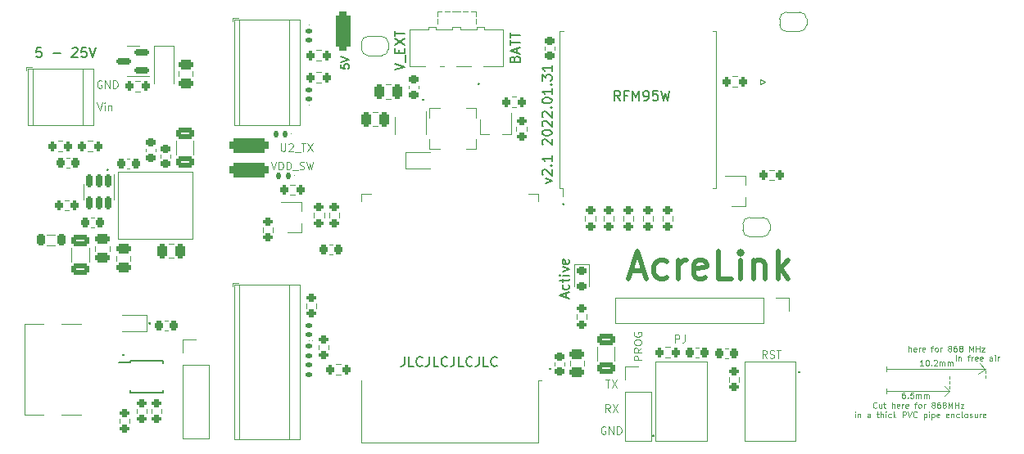
<source format=gto>
G04 #@! TF.GenerationSoftware,KiCad,Pcbnew,(6.0.0)*
G04 #@! TF.CreationDate,2022-01-31T09:48:03+01:00*
G04 #@! TF.ProjectId,lora,6c6f7261-2e6b-4696-9361-645f70636258,v2.0*
G04 #@! TF.SameCoordinates,Original*
G04 #@! TF.FileFunction,Legend,Top*
G04 #@! TF.FilePolarity,Positive*
%FSLAX46Y46*%
G04 Gerber Fmt 4.6, Leading zero omitted, Abs format (unit mm)*
G04 Created by KiCad (PCBNEW (6.0.0)) date 2022-01-31 09:48:03*
%MOMM*%
%LPD*%
G01*
G04 APERTURE LIST*
G04 Aperture macros list*
%AMRoundRect*
0 Rectangle with rounded corners*
0 $1 Rounding radius*
0 $2 $3 $4 $5 $6 $7 $8 $9 X,Y pos of 4 corners*
0 Add a 4 corners polygon primitive as box body*
4,1,4,$2,$3,$4,$5,$6,$7,$8,$9,$2,$3,0*
0 Add four circle primitives for the rounded corners*
1,1,$1+$1,$2,$3*
1,1,$1+$1,$4,$5*
1,1,$1+$1,$6,$7*
1,1,$1+$1,$8,$9*
0 Add four rect primitives between the rounded corners*
20,1,$1+$1,$2,$3,$4,$5,0*
20,1,$1+$1,$4,$5,$6,$7,0*
20,1,$1+$1,$6,$7,$8,$9,0*
20,1,$1+$1,$8,$9,$2,$3,0*%
%AMFreePoly0*
4,1,22,0.500000,-0.750000,0.000000,-0.750000,0.000000,-0.745033,-0.079941,-0.743568,-0.215256,-0.701293,-0.333266,-0.622738,-0.424486,-0.514219,-0.481581,-0.384460,-0.499164,-0.250000,-0.500000,-0.250000,-0.500000,0.250000,-0.499164,0.250000,-0.499963,0.256109,-0.478152,0.396186,-0.417904,0.524511,-0.324060,0.630769,-0.204165,0.706417,-0.067858,0.745374,0.000000,0.744959,0.000000,0.750000,
0.500000,0.750000,0.500000,-0.750000,0.500000,-0.750000,$1*%
%AMFreePoly1*
4,1,20,0.000000,0.744959,0.073905,0.744508,0.209726,0.703889,0.328688,0.626782,0.421226,0.519385,0.479903,0.390333,0.500000,0.250000,0.500000,-0.250000,0.499851,-0.262216,0.476331,-0.402017,0.414519,-0.529596,0.319384,-0.634700,0.198574,-0.708877,0.061801,-0.746166,0.000000,-0.745033,0.000000,-0.750000,-0.500000,-0.750000,-0.500000,0.750000,0.000000,0.750000,0.000000,0.744959,
0.000000,0.744959,$1*%
G04 Aperture macros list end*
%ADD10C,0.120000*%
%ADD11C,0.150000*%
%ADD12C,0.080000*%
%ADD13C,0.500000*%
%ADD14C,0.100000*%
%ADD15R,1.700000X1.700000*%
%ADD16O,1.700000X1.700000*%
%ADD17RoundRect,0.225000X0.225000X0.250000X-0.225000X0.250000X-0.225000X-0.250000X0.225000X-0.250000X0*%
%ADD18RoundRect,0.225000X0.250000X-0.225000X0.250000X0.225000X-0.250000X0.225000X-0.250000X-0.225000X0*%
%ADD19RoundRect,0.250000X0.475000X-0.250000X0.475000X0.250000X-0.475000X0.250000X-0.475000X-0.250000X0*%
%ADD20R,2.100000X2.100000*%
%ADD21C,2.100000*%
%ADD22RoundRect,0.381000X-1.619000X-0.381000X1.619000X-0.381000X1.619000X0.381000X-1.619000X0.381000X0*%
%ADD23R,0.900000X0.800000*%
%ADD24R,0.800000X0.900000*%
%ADD25RoundRect,0.200000X-0.275000X0.200000X-0.275000X-0.200000X0.275000X-0.200000X0.275000X0.200000X0*%
%ADD26RoundRect,0.200000X0.275000X-0.200000X0.275000X0.200000X-0.275000X0.200000X-0.275000X-0.200000X0*%
%ADD27RoundRect,0.200000X0.200000X0.275000X-0.200000X0.275000X-0.200000X-0.275000X0.200000X-0.275000X0*%
%ADD28RoundRect,0.200000X-0.200000X-0.275000X0.200000X-0.275000X0.200000X0.275000X-0.200000X0.275000X0*%
%ADD29R,1.000000X1.500000*%
%ADD30R,2.000000X0.900000*%
%ADD31R,0.900000X2.000000*%
%ADD32R,5.000000X5.000000*%
%ADD33R,1.000000X2.000000*%
%ADD34R,4.190000X1.780000*%
%ADD35R,4.190000X2.665000*%
%ADD36RoundRect,0.250000X0.650000X-0.325000X0.650000X0.325000X-0.650000X0.325000X-0.650000X-0.325000X0*%
%ADD37RoundRect,0.225000X-0.225000X-0.250000X0.225000X-0.250000X0.225000X0.250000X-0.225000X0.250000X0*%
%ADD38C,0.650000*%
%ADD39R,1.450000X0.600000*%
%ADD40R,1.450000X0.300000*%
%ADD41O,2.100000X1.000000*%
%ADD42O,1.600000X1.000000*%
%ADD43RoundRect,0.381000X0.381000X-1.619000X0.381000X1.619000X-0.381000X1.619000X-0.381000X-1.619000X0*%
%ADD44RoundRect,0.147500X0.172500X-0.147500X0.172500X0.147500X-0.172500X0.147500X-0.172500X-0.147500X0*%
%ADD45R,1.100000X3.700000*%
%ADD46R,0.650000X1.560000*%
%ADD47RoundRect,0.250000X-0.650000X0.325000X-0.650000X-0.325000X0.650000X-0.325000X0.650000X0.325000X0*%
%ADD48R,1.200000X0.900000*%
%ADD49RoundRect,0.250000X0.250000X0.475000X-0.250000X0.475000X-0.250000X-0.475000X0.250000X-0.475000X0*%
%ADD50RoundRect,0.250000X-0.475000X0.250000X-0.475000X-0.250000X0.475000X-0.250000X0.475000X0.250000X0*%
%ADD51RoundRect,0.225000X-0.250000X0.225000X-0.250000X-0.225000X0.250000X-0.225000X0.250000X0.225000X0*%
%ADD52R,1.950000X3.000000*%
%ADD53R,0.600000X0.450000*%
%ADD54RoundRect,0.150000X0.587500X0.150000X-0.587500X0.150000X-0.587500X-0.150000X0.587500X-0.150000X0*%
%ADD55RoundRect,0.218750X-0.218750X-0.381250X0.218750X-0.381250X0.218750X0.381250X-0.218750X0.381250X0*%
%ADD56RoundRect,0.147500X-0.172500X0.147500X-0.172500X-0.147500X0.172500X-0.147500X0.172500X0.147500X0*%
%ADD57RoundRect,0.147500X0.147500X0.172500X-0.147500X0.172500X-0.147500X-0.172500X0.147500X-0.172500X0*%
%ADD58C,0.900000*%
%ADD59R,0.900000X1.250000*%
%ADD60R,1.250000X0.900000*%
%ADD61FreePoly0,180.000000*%
%ADD62FreePoly1,180.000000*%
%ADD63R,1.400000X0.300000*%
%ADD64RoundRect,0.250000X-0.250000X-0.475000X0.250000X-0.475000X0.250000X0.475000X-0.250000X0.475000X0*%
%ADD65RoundRect,0.150000X-0.150000X0.512500X-0.150000X-0.512500X0.150000X-0.512500X0.150000X0.512500X0*%
%ADD66RoundRect,0.218750X-0.256250X0.218750X-0.256250X-0.218750X0.256250X-0.218750X0.256250X0.218750X0*%
%ADD67C,1.530000*%
%ADD68C,3.960000*%
G04 APERTURE END LIST*
D10*
X244500000Y-131500000D02*
X244000000Y-131000000D01*
X244500000Y-131250000D02*
X244500000Y-131000000D01*
X237990000Y-128950000D02*
X237990000Y-129470000D01*
X248190000Y-129220000D02*
X247505000Y-129730000D01*
X248200000Y-129670000D02*
X248200000Y-129420000D01*
X248200000Y-130180000D02*
X248200000Y-129930000D01*
X237990000Y-129210000D02*
X237990000Y-128950000D01*
X244500000Y-130750000D02*
X244500000Y-130500000D01*
X238000000Y-131500000D02*
X244500000Y-131500000D01*
X238000000Y-129210000D02*
X248190000Y-129210000D01*
X248180000Y-129200000D02*
X247600000Y-128680000D01*
X238000000Y-131250000D02*
X238000000Y-131750000D01*
X244500000Y-131500000D02*
X244000000Y-132000000D01*
X244500000Y-130250000D02*
X244500000Y-130000000D01*
D11*
X188166952Y-127976380D02*
X188166952Y-128690666D01*
X188119333Y-128833523D01*
X188024095Y-128928761D01*
X187881238Y-128976380D01*
X187786000Y-128976380D01*
X189119333Y-128976380D02*
X188643142Y-128976380D01*
X188643142Y-127976380D01*
X190024095Y-128881142D02*
X189976476Y-128928761D01*
X189833619Y-128976380D01*
X189738380Y-128976380D01*
X189595523Y-128928761D01*
X189500285Y-128833523D01*
X189452666Y-128738285D01*
X189405047Y-128547809D01*
X189405047Y-128404952D01*
X189452666Y-128214476D01*
X189500285Y-128119238D01*
X189595523Y-128024000D01*
X189738380Y-127976380D01*
X189833619Y-127976380D01*
X189976476Y-128024000D01*
X190024095Y-128071619D01*
X190738380Y-127976380D02*
X190738380Y-128690666D01*
X190690761Y-128833523D01*
X190595523Y-128928761D01*
X190452666Y-128976380D01*
X190357428Y-128976380D01*
X191690761Y-128976380D02*
X191214571Y-128976380D01*
X191214571Y-127976380D01*
X192595523Y-128881142D02*
X192547904Y-128928761D01*
X192405047Y-128976380D01*
X192309809Y-128976380D01*
X192166952Y-128928761D01*
X192071714Y-128833523D01*
X192024095Y-128738285D01*
X191976476Y-128547809D01*
X191976476Y-128404952D01*
X192024095Y-128214476D01*
X192071714Y-128119238D01*
X192166952Y-128024000D01*
X192309809Y-127976380D01*
X192405047Y-127976380D01*
X192547904Y-128024000D01*
X192595523Y-128071619D01*
X193309809Y-127976380D02*
X193309809Y-128690666D01*
X193262190Y-128833523D01*
X193166952Y-128928761D01*
X193024095Y-128976380D01*
X192928857Y-128976380D01*
X194262190Y-128976380D02*
X193786000Y-128976380D01*
X193786000Y-127976380D01*
X195166952Y-128881142D02*
X195119333Y-128928761D01*
X194976476Y-128976380D01*
X194881238Y-128976380D01*
X194738380Y-128928761D01*
X194643142Y-128833523D01*
X194595523Y-128738285D01*
X194547904Y-128547809D01*
X194547904Y-128404952D01*
X194595523Y-128214476D01*
X194643142Y-128119238D01*
X194738380Y-128024000D01*
X194881238Y-127976380D01*
X194976476Y-127976380D01*
X195119333Y-128024000D01*
X195166952Y-128071619D01*
X195881238Y-127976380D02*
X195881238Y-128690666D01*
X195833619Y-128833523D01*
X195738380Y-128928761D01*
X195595523Y-128976380D01*
X195500285Y-128976380D01*
X196833619Y-128976380D02*
X196357428Y-128976380D01*
X196357428Y-127976380D01*
X197738380Y-128881142D02*
X197690761Y-128928761D01*
X197547904Y-128976380D01*
X197452666Y-128976380D01*
X197309809Y-128928761D01*
X197214571Y-128833523D01*
X197166952Y-128738285D01*
X197119333Y-128547809D01*
X197119333Y-128404952D01*
X197166952Y-128214476D01*
X197214571Y-128119238D01*
X197309809Y-128024000D01*
X197452666Y-127976380D01*
X197547904Y-127976380D01*
X197690761Y-128024000D01*
X197738380Y-128071619D01*
X159131000Y-127738142D02*
X159178619Y-127785761D01*
X159131000Y-127833380D01*
X159083380Y-127785761D01*
X159131000Y-127738142D01*
X159131000Y-127833380D01*
X202731714Y-109981238D02*
X203398380Y-109743142D01*
X202731714Y-109505047D01*
X202493619Y-109171714D02*
X202446000Y-109124095D01*
X202398380Y-109028857D01*
X202398380Y-108790761D01*
X202446000Y-108695523D01*
X202493619Y-108647904D01*
X202588857Y-108600285D01*
X202684095Y-108600285D01*
X202826952Y-108647904D01*
X203398380Y-109219333D01*
X203398380Y-108600285D01*
X203303142Y-108171714D02*
X203350761Y-108124095D01*
X203398380Y-108171714D01*
X203350761Y-108219333D01*
X203303142Y-108171714D01*
X203398380Y-108171714D01*
X203398380Y-107171714D02*
X203398380Y-107743142D01*
X203398380Y-107457428D02*
X202398380Y-107457428D01*
X202541238Y-107552666D01*
X202636476Y-107647904D01*
X202684095Y-107743142D01*
X202493619Y-106028857D02*
X202446000Y-105981238D01*
X202398380Y-105886000D01*
X202398380Y-105647904D01*
X202446000Y-105552666D01*
X202493619Y-105505047D01*
X202588857Y-105457428D01*
X202684095Y-105457428D01*
X202826952Y-105505047D01*
X203398380Y-106076476D01*
X203398380Y-105457428D01*
X202398380Y-104838380D02*
X202398380Y-104743142D01*
X202446000Y-104647904D01*
X202493619Y-104600285D01*
X202588857Y-104552666D01*
X202779333Y-104505047D01*
X203017428Y-104505047D01*
X203207904Y-104552666D01*
X203303142Y-104600285D01*
X203350761Y-104647904D01*
X203398380Y-104743142D01*
X203398380Y-104838380D01*
X203350761Y-104933619D01*
X203303142Y-104981238D01*
X203207904Y-105028857D01*
X203017428Y-105076476D01*
X202779333Y-105076476D01*
X202588857Y-105028857D01*
X202493619Y-104981238D01*
X202446000Y-104933619D01*
X202398380Y-104838380D01*
X202493619Y-104124095D02*
X202446000Y-104076476D01*
X202398380Y-103981238D01*
X202398380Y-103743142D01*
X202446000Y-103647904D01*
X202493619Y-103600285D01*
X202588857Y-103552666D01*
X202684095Y-103552666D01*
X202826952Y-103600285D01*
X203398380Y-104171714D01*
X203398380Y-103552666D01*
X202493619Y-103171714D02*
X202446000Y-103124095D01*
X202398380Y-103028857D01*
X202398380Y-102790761D01*
X202446000Y-102695523D01*
X202493619Y-102647904D01*
X202588857Y-102600285D01*
X202684095Y-102600285D01*
X202826952Y-102647904D01*
X203398380Y-103219333D01*
X203398380Y-102600285D01*
X203303142Y-102171714D02*
X203350761Y-102124095D01*
X203398380Y-102171714D01*
X203350761Y-102219333D01*
X203303142Y-102171714D01*
X203398380Y-102171714D01*
X202398380Y-101505047D02*
X202398380Y-101409809D01*
X202446000Y-101314571D01*
X202493619Y-101266952D01*
X202588857Y-101219333D01*
X202779333Y-101171714D01*
X203017428Y-101171714D01*
X203207904Y-101219333D01*
X203303142Y-101266952D01*
X203350761Y-101314571D01*
X203398380Y-101409809D01*
X203398380Y-101505047D01*
X203350761Y-101600285D01*
X203303142Y-101647904D01*
X203207904Y-101695523D01*
X203017428Y-101743142D01*
X202779333Y-101743142D01*
X202588857Y-101695523D01*
X202493619Y-101647904D01*
X202446000Y-101600285D01*
X202398380Y-101505047D01*
X203398380Y-100219333D02*
X203398380Y-100790761D01*
X203398380Y-100505047D02*
X202398380Y-100505047D01*
X202541238Y-100600285D01*
X202636476Y-100695523D01*
X202684095Y-100790761D01*
X203303142Y-99790761D02*
X203350761Y-99743142D01*
X203398380Y-99790761D01*
X203350761Y-99838380D01*
X203303142Y-99790761D01*
X203398380Y-99790761D01*
X202398380Y-99409809D02*
X202398380Y-98790761D01*
X202779333Y-99124095D01*
X202779333Y-98981238D01*
X202826952Y-98886000D01*
X202874571Y-98838380D01*
X202969809Y-98790761D01*
X203207904Y-98790761D01*
X203303142Y-98838380D01*
X203350761Y-98886000D01*
X203398380Y-98981238D01*
X203398380Y-99266952D01*
X203350761Y-99362190D01*
X203303142Y-99409809D01*
X203398380Y-97838380D02*
X203398380Y-98409809D01*
X203398380Y-98124095D02*
X202398380Y-98124095D01*
X202541238Y-98219333D01*
X202636476Y-98314571D01*
X202684095Y-98409809D01*
D12*
X241807142Y-128911428D02*
X241464285Y-128911428D01*
X241635714Y-128911428D02*
X241635714Y-128311428D01*
X241578571Y-128397142D01*
X241521428Y-128454285D01*
X241464285Y-128482857D01*
X242178571Y-128311428D02*
X242235714Y-128311428D01*
X242292857Y-128340000D01*
X242321428Y-128368571D01*
X242350000Y-128425714D01*
X242378571Y-128540000D01*
X242378571Y-128682857D01*
X242350000Y-128797142D01*
X242321428Y-128854285D01*
X242292857Y-128882857D01*
X242235714Y-128911428D01*
X242178571Y-128911428D01*
X242121428Y-128882857D01*
X242092857Y-128854285D01*
X242064285Y-128797142D01*
X242035714Y-128682857D01*
X242035714Y-128540000D01*
X242064285Y-128425714D01*
X242092857Y-128368571D01*
X242121428Y-128340000D01*
X242178571Y-128311428D01*
X242635714Y-128854285D02*
X242664285Y-128882857D01*
X242635714Y-128911428D01*
X242607142Y-128882857D01*
X242635714Y-128854285D01*
X242635714Y-128911428D01*
X242892857Y-128368571D02*
X242921428Y-128340000D01*
X242978571Y-128311428D01*
X243121428Y-128311428D01*
X243178571Y-128340000D01*
X243207142Y-128368571D01*
X243235714Y-128425714D01*
X243235714Y-128482857D01*
X243207142Y-128568571D01*
X242864285Y-128911428D01*
X243235714Y-128911428D01*
X243492857Y-128911428D02*
X243492857Y-128511428D01*
X243492857Y-128568571D02*
X243521428Y-128540000D01*
X243578571Y-128511428D01*
X243664285Y-128511428D01*
X243721428Y-128540000D01*
X243750000Y-128597142D01*
X243750000Y-128911428D01*
X243750000Y-128597142D02*
X243778571Y-128540000D01*
X243835714Y-128511428D01*
X243921428Y-128511428D01*
X243978571Y-128540000D01*
X244007142Y-128597142D01*
X244007142Y-128911428D01*
X244292857Y-128911428D02*
X244292857Y-128511428D01*
X244292857Y-128568571D02*
X244321428Y-128540000D01*
X244378571Y-128511428D01*
X244464285Y-128511428D01*
X244521428Y-128540000D01*
X244550000Y-128597142D01*
X244550000Y-128911428D01*
X244550000Y-128597142D02*
X244578571Y-128540000D01*
X244635714Y-128511428D01*
X244721428Y-128511428D01*
X244778571Y-128540000D01*
X244807142Y-128597142D01*
X244807142Y-128911428D01*
D10*
X216147714Y-126498304D02*
X216147714Y-125698304D01*
X216452476Y-125698304D01*
X216528666Y-125736400D01*
X216566761Y-125774495D01*
X216604857Y-125850685D01*
X216604857Y-125964971D01*
X216566761Y-126041161D01*
X216528666Y-126079257D01*
X216452476Y-126117352D01*
X216147714Y-126117352D01*
X217176285Y-125698304D02*
X217176285Y-126269733D01*
X217138190Y-126384019D01*
X217062000Y-126460209D01*
X216947714Y-126498304D01*
X216871523Y-126498304D01*
D11*
X190119000Y-101322142D02*
X190166619Y-101369761D01*
X190119000Y-101417380D01*
X190071380Y-101369761D01*
X190119000Y-101322142D01*
X190119000Y-101417380D01*
D12*
X236971428Y-133231285D02*
X236942857Y-133259857D01*
X236857142Y-133288428D01*
X236800000Y-133288428D01*
X236714285Y-133259857D01*
X236657142Y-133202714D01*
X236628571Y-133145571D01*
X236600000Y-133031285D01*
X236600000Y-132945571D01*
X236628571Y-132831285D01*
X236657142Y-132774142D01*
X236714285Y-132717000D01*
X236800000Y-132688428D01*
X236857142Y-132688428D01*
X236942857Y-132717000D01*
X236971428Y-132745571D01*
X237485714Y-132888428D02*
X237485714Y-133288428D01*
X237228571Y-132888428D02*
X237228571Y-133202714D01*
X237257142Y-133259857D01*
X237314285Y-133288428D01*
X237400000Y-133288428D01*
X237457142Y-133259857D01*
X237485714Y-133231285D01*
X237685714Y-132888428D02*
X237914285Y-132888428D01*
X237771428Y-132688428D02*
X237771428Y-133202714D01*
X237800000Y-133259857D01*
X237857142Y-133288428D01*
X237914285Y-133288428D01*
X238571428Y-133288428D02*
X238571428Y-132688428D01*
X238828571Y-133288428D02*
X238828571Y-132974142D01*
X238800000Y-132917000D01*
X238742857Y-132888428D01*
X238657142Y-132888428D01*
X238600000Y-132917000D01*
X238571428Y-132945571D01*
X239342857Y-133259857D02*
X239285714Y-133288428D01*
X239171428Y-133288428D01*
X239114285Y-133259857D01*
X239085714Y-133202714D01*
X239085714Y-132974142D01*
X239114285Y-132917000D01*
X239171428Y-132888428D01*
X239285714Y-132888428D01*
X239342857Y-132917000D01*
X239371428Y-132974142D01*
X239371428Y-133031285D01*
X239085714Y-133088428D01*
X239628571Y-133288428D02*
X239628571Y-132888428D01*
X239628571Y-133002714D02*
X239657142Y-132945571D01*
X239685714Y-132917000D01*
X239742857Y-132888428D01*
X239800000Y-132888428D01*
X240228571Y-133259857D02*
X240171428Y-133288428D01*
X240057142Y-133288428D01*
X240000000Y-133259857D01*
X239971428Y-133202714D01*
X239971428Y-132974142D01*
X240000000Y-132917000D01*
X240057142Y-132888428D01*
X240171428Y-132888428D01*
X240228571Y-132917000D01*
X240257142Y-132974142D01*
X240257142Y-133031285D01*
X239971428Y-133088428D01*
X240885714Y-132888428D02*
X241114285Y-132888428D01*
X240971428Y-133288428D02*
X240971428Y-132774142D01*
X241000000Y-132717000D01*
X241057142Y-132688428D01*
X241114285Y-132688428D01*
X241400000Y-133288428D02*
X241342857Y-133259857D01*
X241314285Y-133231285D01*
X241285714Y-133174142D01*
X241285714Y-133002714D01*
X241314285Y-132945571D01*
X241342857Y-132917000D01*
X241400000Y-132888428D01*
X241485714Y-132888428D01*
X241542857Y-132917000D01*
X241571428Y-132945571D01*
X241600000Y-133002714D01*
X241600000Y-133174142D01*
X241571428Y-133231285D01*
X241542857Y-133259857D01*
X241485714Y-133288428D01*
X241400000Y-133288428D01*
X241857142Y-133288428D02*
X241857142Y-132888428D01*
X241857142Y-133002714D02*
X241885714Y-132945571D01*
X241914285Y-132917000D01*
X241971428Y-132888428D01*
X242028571Y-132888428D01*
X242771428Y-132945571D02*
X242714285Y-132917000D01*
X242685714Y-132888428D01*
X242657142Y-132831285D01*
X242657142Y-132802714D01*
X242685714Y-132745571D01*
X242714285Y-132717000D01*
X242771428Y-132688428D01*
X242885714Y-132688428D01*
X242942857Y-132717000D01*
X242971428Y-132745571D01*
X243000000Y-132802714D01*
X243000000Y-132831285D01*
X242971428Y-132888428D01*
X242942857Y-132917000D01*
X242885714Y-132945571D01*
X242771428Y-132945571D01*
X242714285Y-132974142D01*
X242685714Y-133002714D01*
X242657142Y-133059857D01*
X242657142Y-133174142D01*
X242685714Y-133231285D01*
X242714285Y-133259857D01*
X242771428Y-133288428D01*
X242885714Y-133288428D01*
X242942857Y-133259857D01*
X242971428Y-133231285D01*
X243000000Y-133174142D01*
X243000000Y-133059857D01*
X242971428Y-133002714D01*
X242942857Y-132974142D01*
X242885714Y-132945571D01*
X243514285Y-132688428D02*
X243400000Y-132688428D01*
X243342857Y-132717000D01*
X243314285Y-132745571D01*
X243257142Y-132831285D01*
X243228571Y-132945571D01*
X243228571Y-133174142D01*
X243257142Y-133231285D01*
X243285714Y-133259857D01*
X243342857Y-133288428D01*
X243457142Y-133288428D01*
X243514285Y-133259857D01*
X243542857Y-133231285D01*
X243571428Y-133174142D01*
X243571428Y-133031285D01*
X243542857Y-132974142D01*
X243514285Y-132945571D01*
X243457142Y-132917000D01*
X243342857Y-132917000D01*
X243285714Y-132945571D01*
X243257142Y-132974142D01*
X243228571Y-133031285D01*
X243914285Y-132945571D02*
X243857142Y-132917000D01*
X243828571Y-132888428D01*
X243800000Y-132831285D01*
X243800000Y-132802714D01*
X243828571Y-132745571D01*
X243857142Y-132717000D01*
X243914285Y-132688428D01*
X244028571Y-132688428D01*
X244085714Y-132717000D01*
X244114285Y-132745571D01*
X244142857Y-132802714D01*
X244142857Y-132831285D01*
X244114285Y-132888428D01*
X244085714Y-132917000D01*
X244028571Y-132945571D01*
X243914285Y-132945571D01*
X243857142Y-132974142D01*
X243828571Y-133002714D01*
X243800000Y-133059857D01*
X243800000Y-133174142D01*
X243828571Y-133231285D01*
X243857142Y-133259857D01*
X243914285Y-133288428D01*
X244028571Y-133288428D01*
X244085714Y-133259857D01*
X244114285Y-133231285D01*
X244142857Y-133174142D01*
X244142857Y-133059857D01*
X244114285Y-133002714D01*
X244085714Y-132974142D01*
X244028571Y-132945571D01*
X244400000Y-133288428D02*
X244400000Y-132688428D01*
X244600000Y-133117000D01*
X244800000Y-132688428D01*
X244800000Y-133288428D01*
X245085714Y-133288428D02*
X245085714Y-132688428D01*
X245085714Y-132974142D02*
X245428571Y-132974142D01*
X245428571Y-133288428D02*
X245428571Y-132688428D01*
X245657142Y-132888428D02*
X245971428Y-132888428D01*
X245657142Y-133288428D01*
X245971428Y-133288428D01*
X234757142Y-134254428D02*
X234757142Y-133854428D01*
X234757142Y-133654428D02*
X234728571Y-133683000D01*
X234757142Y-133711571D01*
X234785714Y-133683000D01*
X234757142Y-133654428D01*
X234757142Y-133711571D01*
X235042857Y-133854428D02*
X235042857Y-134254428D01*
X235042857Y-133911571D02*
X235071428Y-133883000D01*
X235128571Y-133854428D01*
X235214285Y-133854428D01*
X235271428Y-133883000D01*
X235300000Y-133940142D01*
X235300000Y-134254428D01*
X236300000Y-134254428D02*
X236300000Y-133940142D01*
X236271428Y-133883000D01*
X236214285Y-133854428D01*
X236100000Y-133854428D01*
X236042857Y-133883000D01*
X236300000Y-134225857D02*
X236242857Y-134254428D01*
X236100000Y-134254428D01*
X236042857Y-134225857D01*
X236014285Y-134168714D01*
X236014285Y-134111571D01*
X236042857Y-134054428D01*
X236100000Y-134025857D01*
X236242857Y-134025857D01*
X236300000Y-133997285D01*
X236957142Y-133854428D02*
X237185714Y-133854428D01*
X237042857Y-133654428D02*
X237042857Y-134168714D01*
X237071428Y-134225857D01*
X237128571Y-134254428D01*
X237185714Y-134254428D01*
X237385714Y-134254428D02*
X237385714Y-133654428D01*
X237642857Y-134254428D02*
X237642857Y-133940142D01*
X237614285Y-133883000D01*
X237557142Y-133854428D01*
X237471428Y-133854428D01*
X237414285Y-133883000D01*
X237385714Y-133911571D01*
X237928571Y-134254428D02*
X237928571Y-133854428D01*
X237928571Y-133654428D02*
X237900000Y-133683000D01*
X237928571Y-133711571D01*
X237957142Y-133683000D01*
X237928571Y-133654428D01*
X237928571Y-133711571D01*
X238471428Y-134225857D02*
X238414285Y-134254428D01*
X238300000Y-134254428D01*
X238242857Y-134225857D01*
X238214285Y-134197285D01*
X238185714Y-134140142D01*
X238185714Y-133968714D01*
X238214285Y-133911571D01*
X238242857Y-133883000D01*
X238300000Y-133854428D01*
X238414285Y-133854428D01*
X238471428Y-133883000D01*
X238728571Y-134254428D02*
X238728571Y-133654428D01*
X238785714Y-134025857D02*
X238957142Y-134254428D01*
X238957142Y-133854428D02*
X238728571Y-134083000D01*
X239671428Y-134254428D02*
X239671428Y-133654428D01*
X239900000Y-133654428D01*
X239957142Y-133683000D01*
X239985714Y-133711571D01*
X240014285Y-133768714D01*
X240014285Y-133854428D01*
X239985714Y-133911571D01*
X239957142Y-133940142D01*
X239900000Y-133968714D01*
X239671428Y-133968714D01*
X240185714Y-133654428D02*
X240385714Y-134254428D01*
X240585714Y-133654428D01*
X241128571Y-134197285D02*
X241100000Y-134225857D01*
X241014285Y-134254428D01*
X240957142Y-134254428D01*
X240871428Y-134225857D01*
X240814285Y-134168714D01*
X240785714Y-134111571D01*
X240757142Y-133997285D01*
X240757142Y-133911571D01*
X240785714Y-133797285D01*
X240814285Y-133740142D01*
X240871428Y-133683000D01*
X240957142Y-133654428D01*
X241014285Y-133654428D01*
X241100000Y-133683000D01*
X241128571Y-133711571D01*
X241842857Y-133854428D02*
X241842857Y-134454428D01*
X241842857Y-133883000D02*
X241900000Y-133854428D01*
X242014285Y-133854428D01*
X242071428Y-133883000D01*
X242100000Y-133911571D01*
X242128571Y-133968714D01*
X242128571Y-134140142D01*
X242100000Y-134197285D01*
X242071428Y-134225857D01*
X242014285Y-134254428D01*
X241900000Y-134254428D01*
X241842857Y-134225857D01*
X242385714Y-134254428D02*
X242385714Y-133854428D01*
X242385714Y-133654428D02*
X242357142Y-133683000D01*
X242385714Y-133711571D01*
X242414285Y-133683000D01*
X242385714Y-133654428D01*
X242385714Y-133711571D01*
X242671428Y-133854428D02*
X242671428Y-134454428D01*
X242671428Y-133883000D02*
X242728571Y-133854428D01*
X242842857Y-133854428D01*
X242900000Y-133883000D01*
X242928571Y-133911571D01*
X242957142Y-133968714D01*
X242957142Y-134140142D01*
X242928571Y-134197285D01*
X242900000Y-134225857D01*
X242842857Y-134254428D01*
X242728571Y-134254428D01*
X242671428Y-134225857D01*
X243442857Y-134225857D02*
X243385714Y-134254428D01*
X243271428Y-134254428D01*
X243214285Y-134225857D01*
X243185714Y-134168714D01*
X243185714Y-133940142D01*
X243214285Y-133883000D01*
X243271428Y-133854428D01*
X243385714Y-133854428D01*
X243442857Y-133883000D01*
X243471428Y-133940142D01*
X243471428Y-133997285D01*
X243185714Y-134054428D01*
X244414285Y-134225857D02*
X244357142Y-134254428D01*
X244242857Y-134254428D01*
X244185714Y-134225857D01*
X244157142Y-134168714D01*
X244157142Y-133940142D01*
X244185714Y-133883000D01*
X244242857Y-133854428D01*
X244357142Y-133854428D01*
X244414285Y-133883000D01*
X244442857Y-133940142D01*
X244442857Y-133997285D01*
X244157142Y-134054428D01*
X244700000Y-133854428D02*
X244700000Y-134254428D01*
X244700000Y-133911571D02*
X244728571Y-133883000D01*
X244785714Y-133854428D01*
X244871428Y-133854428D01*
X244928571Y-133883000D01*
X244957142Y-133940142D01*
X244957142Y-134254428D01*
X245500000Y-134225857D02*
X245442857Y-134254428D01*
X245328571Y-134254428D01*
X245271428Y-134225857D01*
X245242857Y-134197285D01*
X245214285Y-134140142D01*
X245214285Y-133968714D01*
X245242857Y-133911571D01*
X245271428Y-133883000D01*
X245328571Y-133854428D01*
X245442857Y-133854428D01*
X245500000Y-133883000D01*
X245842857Y-134254428D02*
X245785714Y-134225857D01*
X245757142Y-134168714D01*
X245757142Y-133654428D01*
X246157142Y-134254428D02*
X246100000Y-134225857D01*
X246071428Y-134197285D01*
X246042857Y-134140142D01*
X246042857Y-133968714D01*
X246071428Y-133911571D01*
X246100000Y-133883000D01*
X246157142Y-133854428D01*
X246242857Y-133854428D01*
X246300000Y-133883000D01*
X246328571Y-133911571D01*
X246357142Y-133968714D01*
X246357142Y-134140142D01*
X246328571Y-134197285D01*
X246300000Y-134225857D01*
X246242857Y-134254428D01*
X246157142Y-134254428D01*
X246585714Y-134225857D02*
X246642857Y-134254428D01*
X246757142Y-134254428D01*
X246814285Y-134225857D01*
X246842857Y-134168714D01*
X246842857Y-134140142D01*
X246814285Y-134083000D01*
X246757142Y-134054428D01*
X246671428Y-134054428D01*
X246614285Y-134025857D01*
X246585714Y-133968714D01*
X246585714Y-133940142D01*
X246614285Y-133883000D01*
X246671428Y-133854428D01*
X246757142Y-133854428D01*
X246814285Y-133883000D01*
X247357142Y-133854428D02*
X247357142Y-134254428D01*
X247100000Y-133854428D02*
X247100000Y-134168714D01*
X247128571Y-134225857D01*
X247185714Y-134254428D01*
X247271428Y-134254428D01*
X247328571Y-134225857D01*
X247357142Y-134197285D01*
X247642857Y-134254428D02*
X247642857Y-133854428D01*
X247642857Y-133968714D02*
X247671428Y-133911571D01*
X247700000Y-133883000D01*
X247757142Y-133854428D01*
X247814285Y-133854428D01*
X248242857Y-134225857D02*
X248185714Y-134254428D01*
X248071428Y-134254428D01*
X248014285Y-134225857D01*
X247985714Y-134168714D01*
X247985714Y-133940142D01*
X248014285Y-133883000D01*
X248071428Y-133854428D01*
X248185714Y-133854428D01*
X248242857Y-133883000D01*
X248271428Y-133940142D01*
X248271428Y-133997285D01*
X247985714Y-134054428D01*
D13*
X211576666Y-119084666D02*
X212910000Y-119084666D01*
X211310000Y-119884666D02*
X212243333Y-117084666D01*
X213176666Y-119884666D01*
X215310000Y-119751333D02*
X215043333Y-119884666D01*
X214510000Y-119884666D01*
X214243333Y-119751333D01*
X214110000Y-119618000D01*
X213976666Y-119351333D01*
X213976666Y-118551333D01*
X214110000Y-118284666D01*
X214243333Y-118151333D01*
X214510000Y-118018000D01*
X215043333Y-118018000D01*
X215310000Y-118151333D01*
X216510000Y-119884666D02*
X216510000Y-118018000D01*
X216510000Y-118551333D02*
X216643333Y-118284666D01*
X216776666Y-118151333D01*
X217043333Y-118018000D01*
X217310000Y-118018000D01*
X219310000Y-119751333D02*
X219043333Y-119884666D01*
X218510000Y-119884666D01*
X218243333Y-119751333D01*
X218110000Y-119484666D01*
X218110000Y-118418000D01*
X218243333Y-118151333D01*
X218510000Y-118018000D01*
X219043333Y-118018000D01*
X219310000Y-118151333D01*
X219443333Y-118418000D01*
X219443333Y-118684666D01*
X218110000Y-118951333D01*
X221976666Y-119884666D02*
X220643333Y-119884666D01*
X220643333Y-117084666D01*
X222910000Y-119884666D02*
X222910000Y-118018000D01*
X222910000Y-117084666D02*
X222776666Y-117218000D01*
X222910000Y-117351333D01*
X223043333Y-117218000D01*
X222910000Y-117084666D01*
X222910000Y-117351333D01*
X224243333Y-118018000D02*
X224243333Y-119884666D01*
X224243333Y-118284666D02*
X224376666Y-118151333D01*
X224643333Y-118018000D01*
X225043333Y-118018000D01*
X225310000Y-118151333D01*
X225443333Y-118418000D01*
X225443333Y-119884666D01*
X226776666Y-119884666D02*
X226776666Y-117084666D01*
X227043333Y-118818000D02*
X227843333Y-119884666D01*
X227843333Y-118018000D02*
X226776666Y-119084666D01*
D10*
X208940476Y-135236000D02*
X208864285Y-135197904D01*
X208750000Y-135197904D01*
X208635714Y-135236000D01*
X208559523Y-135312190D01*
X208521428Y-135388380D01*
X208483333Y-135540761D01*
X208483333Y-135655047D01*
X208521428Y-135807428D01*
X208559523Y-135883619D01*
X208635714Y-135959809D01*
X208750000Y-135997904D01*
X208826190Y-135997904D01*
X208940476Y-135959809D01*
X208978571Y-135921714D01*
X208978571Y-135655047D01*
X208826190Y-135655047D01*
X209321428Y-135997904D02*
X209321428Y-135197904D01*
X209778571Y-135997904D01*
X209778571Y-135197904D01*
X210159523Y-135997904D02*
X210159523Y-135197904D01*
X210350000Y-135197904D01*
X210464285Y-135236000D01*
X210540476Y-135312190D01*
X210578571Y-135388380D01*
X210616666Y-135540761D01*
X210616666Y-135655047D01*
X210578571Y-135807428D01*
X210540476Y-135883619D01*
X210464285Y-135959809D01*
X210350000Y-135997904D01*
X210159523Y-135997904D01*
D12*
X239885714Y-131671428D02*
X239771428Y-131671428D01*
X239714285Y-131700000D01*
X239685714Y-131728571D01*
X239628571Y-131814285D01*
X239600000Y-131928571D01*
X239600000Y-132157142D01*
X239628571Y-132214285D01*
X239657142Y-132242857D01*
X239714285Y-132271428D01*
X239828571Y-132271428D01*
X239885714Y-132242857D01*
X239914285Y-132214285D01*
X239942857Y-132157142D01*
X239942857Y-132014285D01*
X239914285Y-131957142D01*
X239885714Y-131928571D01*
X239828571Y-131900000D01*
X239714285Y-131900000D01*
X239657142Y-131928571D01*
X239628571Y-131957142D01*
X239600000Y-132014285D01*
X240200000Y-132214285D02*
X240228571Y-132242857D01*
X240200000Y-132271428D01*
X240171428Y-132242857D01*
X240200000Y-132214285D01*
X240200000Y-132271428D01*
X240771428Y-131671428D02*
X240485714Y-131671428D01*
X240457142Y-131957142D01*
X240485714Y-131928571D01*
X240542857Y-131900000D01*
X240685714Y-131900000D01*
X240742857Y-131928571D01*
X240771428Y-131957142D01*
X240800000Y-132014285D01*
X240800000Y-132157142D01*
X240771428Y-132214285D01*
X240742857Y-132242857D01*
X240685714Y-132271428D01*
X240542857Y-132271428D01*
X240485714Y-132242857D01*
X240457142Y-132214285D01*
X241057142Y-132271428D02*
X241057142Y-131871428D01*
X241057142Y-131928571D02*
X241085714Y-131900000D01*
X241142857Y-131871428D01*
X241228571Y-131871428D01*
X241285714Y-131900000D01*
X241314285Y-131957142D01*
X241314285Y-132271428D01*
X241314285Y-131957142D02*
X241342857Y-131900000D01*
X241400000Y-131871428D01*
X241485714Y-131871428D01*
X241542857Y-131900000D01*
X241571428Y-131957142D01*
X241571428Y-132271428D01*
X241857142Y-132271428D02*
X241857142Y-131871428D01*
X241857142Y-131928571D02*
X241885714Y-131900000D01*
X241942857Y-131871428D01*
X242028571Y-131871428D01*
X242085714Y-131900000D01*
X242114285Y-131957142D01*
X242114285Y-132271428D01*
X242114285Y-131957142D02*
X242142857Y-131900000D01*
X242200000Y-131871428D01*
X242285714Y-131871428D01*
X242342857Y-131900000D01*
X242371428Y-131957142D01*
X242371428Y-132271428D01*
D11*
X204597000Y-112117142D02*
X204644619Y-112164761D01*
X204597000Y-112212380D01*
X204549380Y-112164761D01*
X204597000Y-112117142D01*
X204597000Y-112212380D01*
D10*
X174371276Y-107791304D02*
X174637942Y-108591304D01*
X174904609Y-107791304D01*
X175171276Y-108591304D02*
X175171276Y-107791304D01*
X175361752Y-107791304D01*
X175476038Y-107829400D01*
X175552228Y-107905590D01*
X175590323Y-107981780D01*
X175628419Y-108134161D01*
X175628419Y-108248447D01*
X175590323Y-108400828D01*
X175552228Y-108477019D01*
X175476038Y-108553209D01*
X175361752Y-108591304D01*
X175171276Y-108591304D01*
X175971276Y-108591304D02*
X175971276Y-107791304D01*
X176161752Y-107791304D01*
X176276038Y-107829400D01*
X176352228Y-107905590D01*
X176390323Y-107981780D01*
X176428419Y-108134161D01*
X176428419Y-108248447D01*
X176390323Y-108400828D01*
X176352228Y-108477019D01*
X176276038Y-108553209D01*
X176161752Y-108591304D01*
X175971276Y-108591304D01*
X176580800Y-108667495D02*
X177190323Y-108667495D01*
X177342704Y-108553209D02*
X177456990Y-108591304D01*
X177647466Y-108591304D01*
X177723657Y-108553209D01*
X177761752Y-108515114D01*
X177799847Y-108438923D01*
X177799847Y-108362733D01*
X177761752Y-108286542D01*
X177723657Y-108248447D01*
X177647466Y-108210352D01*
X177495085Y-108172257D01*
X177418895Y-108134161D01*
X177380800Y-108096066D01*
X177342704Y-108019876D01*
X177342704Y-107943685D01*
X177380800Y-107867495D01*
X177418895Y-107829400D01*
X177495085Y-107791304D01*
X177685561Y-107791304D01*
X177799847Y-107829400D01*
X178066514Y-107791304D02*
X178256990Y-108591304D01*
X178409371Y-108019876D01*
X178561752Y-108591304D01*
X178752228Y-107791304D01*
D11*
X210485714Y-101452380D02*
X210152380Y-100976190D01*
X209914285Y-101452380D02*
X209914285Y-100452380D01*
X210295238Y-100452380D01*
X210390476Y-100500000D01*
X210438095Y-100547619D01*
X210485714Y-100642857D01*
X210485714Y-100785714D01*
X210438095Y-100880952D01*
X210390476Y-100928571D01*
X210295238Y-100976190D01*
X209914285Y-100976190D01*
X211247619Y-100928571D02*
X210914285Y-100928571D01*
X210914285Y-101452380D02*
X210914285Y-100452380D01*
X211390476Y-100452380D01*
X211771428Y-101452380D02*
X211771428Y-100452380D01*
X212104761Y-101166666D01*
X212438095Y-100452380D01*
X212438095Y-101452380D01*
X212961904Y-101452380D02*
X213152380Y-101452380D01*
X213247619Y-101404761D01*
X213295238Y-101357142D01*
X213390476Y-101214285D01*
X213438095Y-101023809D01*
X213438095Y-100642857D01*
X213390476Y-100547619D01*
X213342857Y-100500000D01*
X213247619Y-100452380D01*
X213057142Y-100452380D01*
X212961904Y-100500000D01*
X212914285Y-100547619D01*
X212866666Y-100642857D01*
X212866666Y-100880952D01*
X212914285Y-100976190D01*
X212961904Y-101023809D01*
X213057142Y-101071428D01*
X213247619Y-101071428D01*
X213342857Y-101023809D01*
X213390476Y-100976190D01*
X213438095Y-100880952D01*
X214342857Y-100452380D02*
X213866666Y-100452380D01*
X213819047Y-100928571D01*
X213866666Y-100880952D01*
X213961904Y-100833333D01*
X214200000Y-100833333D01*
X214295238Y-100880952D01*
X214342857Y-100928571D01*
X214390476Y-101023809D01*
X214390476Y-101261904D01*
X214342857Y-101357142D01*
X214295238Y-101404761D01*
X214200000Y-101452380D01*
X213961904Y-101452380D01*
X213866666Y-101404761D01*
X213819047Y-101357142D01*
X214723809Y-100452380D02*
X214961904Y-101452380D01*
X215152380Y-100738095D01*
X215342857Y-101452380D01*
X215580952Y-100452380D01*
X199572571Y-97131047D02*
X199620190Y-96988190D01*
X199667809Y-96940571D01*
X199763047Y-96892952D01*
X199905904Y-96892952D01*
X200001142Y-96940571D01*
X200048761Y-96988190D01*
X200096380Y-97083428D01*
X200096380Y-97464380D01*
X199096380Y-97464380D01*
X199096380Y-97131047D01*
X199144000Y-97035809D01*
X199191619Y-96988190D01*
X199286857Y-96940571D01*
X199382095Y-96940571D01*
X199477333Y-96988190D01*
X199524952Y-97035809D01*
X199572571Y-97131047D01*
X199572571Y-97464380D01*
X199810666Y-96512000D02*
X199810666Y-96035809D01*
X200096380Y-96607238D02*
X199096380Y-96273904D01*
X200096380Y-95940571D01*
X199096380Y-95750095D02*
X199096380Y-95178666D01*
X200096380Y-95464380D02*
X199096380Y-95464380D01*
X199096380Y-94988190D02*
X199096380Y-94416761D01*
X200096380Y-94702476D02*
X199096380Y-94702476D01*
X187158380Y-98289809D02*
X188158380Y-97956476D01*
X187158380Y-97623142D01*
X188253619Y-97527904D02*
X188253619Y-96766000D01*
X187634571Y-96527904D02*
X187634571Y-96194571D01*
X188158380Y-96051714D02*
X188158380Y-96527904D01*
X187158380Y-96527904D01*
X187158380Y-96051714D01*
X187158380Y-95718380D02*
X188158380Y-95051714D01*
X187158380Y-95051714D02*
X188158380Y-95718380D01*
X187158380Y-94813619D02*
X187158380Y-94242190D01*
X188158380Y-94527904D02*
X187158380Y-94527904D01*
D10*
X156406952Y-101669904D02*
X156673619Y-102469904D01*
X156940285Y-101669904D01*
X157206952Y-102469904D02*
X157206952Y-101936571D01*
X157206952Y-101669904D02*
X157168857Y-101708000D01*
X157206952Y-101746095D01*
X157245047Y-101708000D01*
X157206952Y-101669904D01*
X157206952Y-101746095D01*
X157587904Y-101936571D02*
X157587904Y-102469904D01*
X157587904Y-102012761D02*
X157626000Y-101974666D01*
X157702190Y-101936571D01*
X157816476Y-101936571D01*
X157892666Y-101974666D01*
X157930761Y-102050857D01*
X157930761Y-102469904D01*
X156870476Y-99422000D02*
X156794285Y-99383904D01*
X156680000Y-99383904D01*
X156565714Y-99422000D01*
X156489523Y-99498190D01*
X156451428Y-99574380D01*
X156413333Y-99726761D01*
X156413333Y-99841047D01*
X156451428Y-99993428D01*
X156489523Y-100069619D01*
X156565714Y-100145809D01*
X156680000Y-100183904D01*
X156756190Y-100183904D01*
X156870476Y-100145809D01*
X156908571Y-100107714D01*
X156908571Y-99841047D01*
X156756190Y-99841047D01*
X157251428Y-100183904D02*
X157251428Y-99383904D01*
X157708571Y-100183904D01*
X157708571Y-99383904D01*
X158089523Y-100183904D02*
X158089523Y-99383904D01*
X158280000Y-99383904D01*
X158394285Y-99422000D01*
X158470476Y-99498190D01*
X158508571Y-99574380D01*
X158546666Y-99726761D01*
X158546666Y-99841047D01*
X158508571Y-99993428D01*
X158470476Y-100069619D01*
X158394285Y-100145809D01*
X158280000Y-100183904D01*
X158089523Y-100183904D01*
D11*
X195834000Y-99671142D02*
X195881619Y-99718761D01*
X195834000Y-99766380D01*
X195786380Y-99718761D01*
X195834000Y-99671142D01*
X195834000Y-99766380D01*
X161850000Y-124447142D02*
X161897619Y-124494761D01*
X161850000Y-124542380D01*
X161802380Y-124494761D01*
X161850000Y-124447142D01*
X161850000Y-124542380D01*
D10*
X209416666Y-133711904D02*
X209150000Y-133330952D01*
X208959523Y-133711904D02*
X208959523Y-132911904D01*
X209264285Y-132911904D01*
X209340476Y-132950000D01*
X209378571Y-132988095D01*
X209416666Y-133064285D01*
X209416666Y-133178571D01*
X209378571Y-133254761D01*
X209340476Y-133292857D01*
X209264285Y-133330952D01*
X208959523Y-133330952D01*
X209683333Y-132911904D02*
X210216666Y-133711904D01*
X210216666Y-132911904D02*
X209683333Y-133711904D01*
D11*
X228981000Y-129516142D02*
X229028619Y-129563761D01*
X228981000Y-129611380D01*
X228933380Y-129563761D01*
X228981000Y-129516142D01*
X228981000Y-129611380D01*
D10*
X225621904Y-128123904D02*
X225355238Y-127742952D01*
X225164761Y-128123904D02*
X225164761Y-127323904D01*
X225469523Y-127323904D01*
X225545714Y-127362000D01*
X225583809Y-127400095D01*
X225621904Y-127476285D01*
X225621904Y-127590571D01*
X225583809Y-127666761D01*
X225545714Y-127704857D01*
X225469523Y-127742952D01*
X225164761Y-127742952D01*
X225926666Y-128085809D02*
X226040952Y-128123904D01*
X226231428Y-128123904D01*
X226307619Y-128085809D01*
X226345714Y-128047714D01*
X226383809Y-127971523D01*
X226383809Y-127895333D01*
X226345714Y-127819142D01*
X226307619Y-127781047D01*
X226231428Y-127742952D01*
X226079047Y-127704857D01*
X226002857Y-127666761D01*
X225964761Y-127628666D01*
X225926666Y-127552476D01*
X225926666Y-127476285D01*
X225964761Y-127400095D01*
X226002857Y-127362000D01*
X226079047Y-127323904D01*
X226269523Y-127323904D01*
X226383809Y-127362000D01*
X226612380Y-127323904D02*
X227069523Y-127323904D01*
X226840952Y-128123904D02*
X226840952Y-127323904D01*
X175412600Y-105911704D02*
X175412600Y-106559323D01*
X175450695Y-106635514D01*
X175488790Y-106673609D01*
X175564980Y-106711704D01*
X175717361Y-106711704D01*
X175793552Y-106673609D01*
X175831647Y-106635514D01*
X175869742Y-106559323D01*
X175869742Y-105911704D01*
X176212600Y-105987895D02*
X176250695Y-105949800D01*
X176326885Y-105911704D01*
X176517361Y-105911704D01*
X176593552Y-105949800D01*
X176631647Y-105987895D01*
X176669742Y-106064085D01*
X176669742Y-106140276D01*
X176631647Y-106254561D01*
X176174504Y-106711704D01*
X176669742Y-106711704D01*
X176822123Y-106787895D02*
X177431647Y-106787895D01*
X177507838Y-105911704D02*
X177964980Y-105911704D01*
X177736409Y-106711704D02*
X177736409Y-105911704D01*
X178155457Y-105911704D02*
X178688790Y-106711704D01*
X178688790Y-105911704D02*
X178155457Y-106711704D01*
D11*
X204890666Y-121888000D02*
X204890666Y-121411809D01*
X205176380Y-121983238D02*
X204176380Y-121649904D01*
X205176380Y-121316571D01*
X205128761Y-120554666D02*
X205176380Y-120649904D01*
X205176380Y-120840380D01*
X205128761Y-120935619D01*
X205081142Y-120983238D01*
X204985904Y-121030857D01*
X204700190Y-121030857D01*
X204604952Y-120983238D01*
X204557333Y-120935619D01*
X204509714Y-120840380D01*
X204509714Y-120649904D01*
X204557333Y-120554666D01*
X204509714Y-120268952D02*
X204509714Y-119888000D01*
X204176380Y-120126095D02*
X205033523Y-120126095D01*
X205128761Y-120078476D01*
X205176380Y-119983238D01*
X205176380Y-119888000D01*
X205176380Y-119554666D02*
X204509714Y-119554666D01*
X204176380Y-119554666D02*
X204224000Y-119602285D01*
X204271619Y-119554666D01*
X204224000Y-119507047D01*
X204176380Y-119554666D01*
X204271619Y-119554666D01*
X204509714Y-119173714D02*
X205176380Y-118935619D01*
X204509714Y-118697523D01*
X205128761Y-117935619D02*
X205176380Y-118030857D01*
X205176380Y-118221333D01*
X205128761Y-118316571D01*
X205033523Y-118364190D01*
X204652571Y-118364190D01*
X204557333Y-118316571D01*
X204509714Y-118221333D01*
X204509714Y-118030857D01*
X204557333Y-117935619D01*
X204652571Y-117888000D01*
X204747809Y-117888000D01*
X204843047Y-118364190D01*
X181603704Y-97739180D02*
X181603704Y-98120133D01*
X181984657Y-98158228D01*
X181946561Y-98120133D01*
X181908466Y-98043942D01*
X181908466Y-97853466D01*
X181946561Y-97777276D01*
X181984657Y-97739180D01*
X182060847Y-97701085D01*
X182251323Y-97701085D01*
X182327514Y-97739180D01*
X182365609Y-97777276D01*
X182403704Y-97853466D01*
X182403704Y-98043942D01*
X182365609Y-98120133D01*
X182327514Y-98158228D01*
X181603704Y-97472514D02*
X182403704Y-97205847D01*
X181603704Y-96939180D01*
X203230000Y-129177142D02*
X203277619Y-129224761D01*
X203230000Y-129272380D01*
X203182380Y-129224761D01*
X203230000Y-129177142D01*
X203230000Y-129272380D01*
D10*
X208940476Y-130371904D02*
X209397619Y-130371904D01*
X209169047Y-131171904D02*
X209169047Y-130371904D01*
X209588095Y-130371904D02*
X210121428Y-131171904D01*
X210121428Y-130371904D02*
X209588095Y-131171904D01*
D12*
X240280000Y-127428428D02*
X240280000Y-126828428D01*
X240537142Y-127428428D02*
X240537142Y-127114142D01*
X240508571Y-127057000D01*
X240451428Y-127028428D01*
X240365714Y-127028428D01*
X240308571Y-127057000D01*
X240280000Y-127085571D01*
X241051428Y-127399857D02*
X240994285Y-127428428D01*
X240880000Y-127428428D01*
X240822857Y-127399857D01*
X240794285Y-127342714D01*
X240794285Y-127114142D01*
X240822857Y-127057000D01*
X240880000Y-127028428D01*
X240994285Y-127028428D01*
X241051428Y-127057000D01*
X241080000Y-127114142D01*
X241080000Y-127171285D01*
X240794285Y-127228428D01*
X241337142Y-127428428D02*
X241337142Y-127028428D01*
X241337142Y-127142714D02*
X241365714Y-127085571D01*
X241394285Y-127057000D01*
X241451428Y-127028428D01*
X241508571Y-127028428D01*
X241937142Y-127399857D02*
X241880000Y-127428428D01*
X241765714Y-127428428D01*
X241708571Y-127399857D01*
X241680000Y-127342714D01*
X241680000Y-127114142D01*
X241708571Y-127057000D01*
X241765714Y-127028428D01*
X241880000Y-127028428D01*
X241937142Y-127057000D01*
X241965714Y-127114142D01*
X241965714Y-127171285D01*
X241680000Y-127228428D01*
X242594285Y-127028428D02*
X242822857Y-127028428D01*
X242680000Y-127428428D02*
X242680000Y-126914142D01*
X242708571Y-126857000D01*
X242765714Y-126828428D01*
X242822857Y-126828428D01*
X243108571Y-127428428D02*
X243051428Y-127399857D01*
X243022857Y-127371285D01*
X242994285Y-127314142D01*
X242994285Y-127142714D01*
X243022857Y-127085571D01*
X243051428Y-127057000D01*
X243108571Y-127028428D01*
X243194285Y-127028428D01*
X243251428Y-127057000D01*
X243280000Y-127085571D01*
X243308571Y-127142714D01*
X243308571Y-127314142D01*
X243280000Y-127371285D01*
X243251428Y-127399857D01*
X243194285Y-127428428D01*
X243108571Y-127428428D01*
X243565714Y-127428428D02*
X243565714Y-127028428D01*
X243565714Y-127142714D02*
X243594285Y-127085571D01*
X243622857Y-127057000D01*
X243680000Y-127028428D01*
X243737142Y-127028428D01*
X244480000Y-127085571D02*
X244422857Y-127057000D01*
X244394285Y-127028428D01*
X244365714Y-126971285D01*
X244365714Y-126942714D01*
X244394285Y-126885571D01*
X244422857Y-126857000D01*
X244480000Y-126828428D01*
X244594285Y-126828428D01*
X244651428Y-126857000D01*
X244680000Y-126885571D01*
X244708571Y-126942714D01*
X244708571Y-126971285D01*
X244680000Y-127028428D01*
X244651428Y-127057000D01*
X244594285Y-127085571D01*
X244480000Y-127085571D01*
X244422857Y-127114142D01*
X244394285Y-127142714D01*
X244365714Y-127199857D01*
X244365714Y-127314142D01*
X244394285Y-127371285D01*
X244422857Y-127399857D01*
X244480000Y-127428428D01*
X244594285Y-127428428D01*
X244651428Y-127399857D01*
X244680000Y-127371285D01*
X244708571Y-127314142D01*
X244708571Y-127199857D01*
X244680000Y-127142714D01*
X244651428Y-127114142D01*
X244594285Y-127085571D01*
X245222857Y-126828428D02*
X245108571Y-126828428D01*
X245051428Y-126857000D01*
X245022857Y-126885571D01*
X244965714Y-126971285D01*
X244937142Y-127085571D01*
X244937142Y-127314142D01*
X244965714Y-127371285D01*
X244994285Y-127399857D01*
X245051428Y-127428428D01*
X245165714Y-127428428D01*
X245222857Y-127399857D01*
X245251428Y-127371285D01*
X245280000Y-127314142D01*
X245280000Y-127171285D01*
X245251428Y-127114142D01*
X245222857Y-127085571D01*
X245165714Y-127057000D01*
X245051428Y-127057000D01*
X244994285Y-127085571D01*
X244965714Y-127114142D01*
X244937142Y-127171285D01*
X245622857Y-127085571D02*
X245565714Y-127057000D01*
X245537142Y-127028428D01*
X245508571Y-126971285D01*
X245508571Y-126942714D01*
X245537142Y-126885571D01*
X245565714Y-126857000D01*
X245622857Y-126828428D01*
X245737142Y-126828428D01*
X245794285Y-126857000D01*
X245822857Y-126885571D01*
X245851428Y-126942714D01*
X245851428Y-126971285D01*
X245822857Y-127028428D01*
X245794285Y-127057000D01*
X245737142Y-127085571D01*
X245622857Y-127085571D01*
X245565714Y-127114142D01*
X245537142Y-127142714D01*
X245508571Y-127199857D01*
X245508571Y-127314142D01*
X245537142Y-127371285D01*
X245565714Y-127399857D01*
X245622857Y-127428428D01*
X245737142Y-127428428D01*
X245794285Y-127399857D01*
X245822857Y-127371285D01*
X245851428Y-127314142D01*
X245851428Y-127199857D01*
X245822857Y-127142714D01*
X245794285Y-127114142D01*
X245737142Y-127085571D01*
X246565714Y-127428428D02*
X246565714Y-126828428D01*
X246765714Y-127257000D01*
X246965714Y-126828428D01*
X246965714Y-127428428D01*
X247251428Y-127428428D02*
X247251428Y-126828428D01*
X247251428Y-127114142D02*
X247594285Y-127114142D01*
X247594285Y-127428428D02*
X247594285Y-126828428D01*
X247822857Y-127028428D02*
X248137142Y-127028428D01*
X247822857Y-127428428D01*
X248137142Y-127428428D01*
X245180000Y-128394428D02*
X245180000Y-127994428D01*
X245180000Y-127794428D02*
X245151428Y-127823000D01*
X245180000Y-127851571D01*
X245208571Y-127823000D01*
X245180000Y-127794428D01*
X245180000Y-127851571D01*
X245465714Y-127994428D02*
X245465714Y-128394428D01*
X245465714Y-128051571D02*
X245494285Y-128023000D01*
X245551428Y-127994428D01*
X245637142Y-127994428D01*
X245694285Y-128023000D01*
X245722857Y-128080142D01*
X245722857Y-128394428D01*
X246380000Y-127994428D02*
X246608571Y-127994428D01*
X246465714Y-128394428D02*
X246465714Y-127880142D01*
X246494285Y-127823000D01*
X246551428Y-127794428D01*
X246608571Y-127794428D01*
X246808571Y-128394428D02*
X246808571Y-127994428D01*
X246808571Y-128108714D02*
X246837142Y-128051571D01*
X246865714Y-128023000D01*
X246922857Y-127994428D01*
X246980000Y-127994428D01*
X247408571Y-128365857D02*
X247351428Y-128394428D01*
X247237142Y-128394428D01*
X247180000Y-128365857D01*
X247151428Y-128308714D01*
X247151428Y-128080142D01*
X247180000Y-128023000D01*
X247237142Y-127994428D01*
X247351428Y-127994428D01*
X247408571Y-128023000D01*
X247437142Y-128080142D01*
X247437142Y-128137285D01*
X247151428Y-128194428D01*
X247922857Y-128365857D02*
X247865714Y-128394428D01*
X247751428Y-128394428D01*
X247694285Y-128365857D01*
X247665714Y-128308714D01*
X247665714Y-128080142D01*
X247694285Y-128023000D01*
X247751428Y-127994428D01*
X247865714Y-127994428D01*
X247922857Y-128023000D01*
X247951428Y-128080142D01*
X247951428Y-128137285D01*
X247665714Y-128194428D01*
X248922857Y-128394428D02*
X248922857Y-128080142D01*
X248894285Y-128023000D01*
X248837142Y-127994428D01*
X248722857Y-127994428D01*
X248665714Y-128023000D01*
X248922857Y-128365857D02*
X248865714Y-128394428D01*
X248722857Y-128394428D01*
X248665714Y-128365857D01*
X248637142Y-128308714D01*
X248637142Y-128251571D01*
X248665714Y-128194428D01*
X248722857Y-128165857D01*
X248865714Y-128165857D01*
X248922857Y-128137285D01*
X249208571Y-128394428D02*
X249208571Y-127994428D01*
X249208571Y-127794428D02*
X249180000Y-127823000D01*
X249208571Y-127851571D01*
X249237142Y-127823000D01*
X249208571Y-127794428D01*
X249208571Y-127851571D01*
X249494285Y-128394428D02*
X249494285Y-127994428D01*
X249494285Y-128108714D02*
X249522857Y-128051571D01*
X249551428Y-128023000D01*
X249608571Y-127994428D01*
X249665714Y-127994428D01*
D11*
X157480000Y-108561142D02*
X157527619Y-108608761D01*
X157480000Y-108656380D01*
X157432380Y-108608761D01*
X157480000Y-108561142D01*
X157480000Y-108656380D01*
X150638190Y-95972380D02*
X150162000Y-95972380D01*
X150114380Y-96448571D01*
X150162000Y-96400952D01*
X150257238Y-96353333D01*
X150495333Y-96353333D01*
X150590571Y-96400952D01*
X150638190Y-96448571D01*
X150685809Y-96543809D01*
X150685809Y-96781904D01*
X150638190Y-96877142D01*
X150590571Y-96924761D01*
X150495333Y-96972380D01*
X150257238Y-96972380D01*
X150162000Y-96924761D01*
X150114380Y-96877142D01*
X151876285Y-96591428D02*
X152638190Y-96591428D01*
X153828666Y-96067619D02*
X153876285Y-96020000D01*
X153971523Y-95972380D01*
X154209619Y-95972380D01*
X154304857Y-96020000D01*
X154352476Y-96067619D01*
X154400095Y-96162857D01*
X154400095Y-96258095D01*
X154352476Y-96400952D01*
X153781047Y-96972380D01*
X154400095Y-96972380D01*
X155304857Y-95972380D02*
X154828666Y-95972380D01*
X154781047Y-96448571D01*
X154828666Y-96400952D01*
X154923904Y-96353333D01*
X155162000Y-96353333D01*
X155257238Y-96400952D01*
X155304857Y-96448571D01*
X155352476Y-96543809D01*
X155352476Y-96781904D01*
X155304857Y-96877142D01*
X155257238Y-96924761D01*
X155162000Y-96972380D01*
X154923904Y-96972380D01*
X154828666Y-96924761D01*
X154781047Y-96877142D01*
X155638190Y-95972380D02*
X155971523Y-96972380D01*
X156304857Y-95972380D01*
X213868000Y-136120142D02*
X213915619Y-136167761D01*
X213868000Y-136215380D01*
X213820380Y-136167761D01*
X213868000Y-136120142D01*
X213868000Y-136215380D01*
D10*
X212680504Y-128326971D02*
X211880504Y-128326971D01*
X211880504Y-128022209D01*
X211918600Y-127946019D01*
X211956695Y-127907923D01*
X212032885Y-127869828D01*
X212147171Y-127869828D01*
X212223361Y-127907923D01*
X212261457Y-127946019D01*
X212299552Y-128022209D01*
X212299552Y-128326971D01*
X212680504Y-127069828D02*
X212299552Y-127336495D01*
X212680504Y-127526971D02*
X211880504Y-127526971D01*
X211880504Y-127222209D01*
X211918600Y-127146019D01*
X211956695Y-127107923D01*
X212032885Y-127069828D01*
X212147171Y-127069828D01*
X212223361Y-127107923D01*
X212261457Y-127146019D01*
X212299552Y-127222209D01*
X212299552Y-127526971D01*
X211880504Y-126574590D02*
X211880504Y-126422209D01*
X211918600Y-126346019D01*
X211994790Y-126269828D01*
X212147171Y-126231733D01*
X212413838Y-126231733D01*
X212566219Y-126269828D01*
X212642409Y-126346019D01*
X212680504Y-126422209D01*
X212680504Y-126574590D01*
X212642409Y-126650780D01*
X212566219Y-126726971D01*
X212413838Y-126765066D01*
X212147171Y-126765066D01*
X211994790Y-126726971D01*
X211918600Y-126650780D01*
X211880504Y-126574590D01*
X211918600Y-125469828D02*
X211880504Y-125546019D01*
X211880504Y-125660304D01*
X211918600Y-125774590D01*
X211994790Y-125850780D01*
X212070980Y-125888876D01*
X212223361Y-125926971D01*
X212337647Y-125926971D01*
X212490028Y-125888876D01*
X212566219Y-125850780D01*
X212642409Y-125774590D01*
X212680504Y-125660304D01*
X212680504Y-125584114D01*
X212642409Y-125469828D01*
X212604314Y-125431733D01*
X212337647Y-125431733D01*
X212337647Y-125584114D01*
X209998000Y-121860000D02*
X209998000Y-124520000D01*
X225298000Y-121860000D02*
X209998000Y-121860000D01*
X225298000Y-124520000D02*
X209998000Y-124520000D01*
X225298000Y-121860000D02*
X225298000Y-124520000D01*
X226568000Y-121860000D02*
X227898000Y-121860000D01*
X227898000Y-121860000D02*
X227898000Y-123190000D01*
X221615580Y-128145000D02*
X221334420Y-128145000D01*
X221615580Y-127125000D02*
X221334420Y-127125000D01*
X204710000Y-128865580D02*
X204710000Y-128584420D01*
X203690000Y-128865580D02*
X203690000Y-128584420D01*
X205265000Y-128911252D02*
X205265000Y-128388748D01*
X206735000Y-128911252D02*
X206735000Y-128388748D01*
X202639200Y-96190380D02*
X202639200Y-95909220D01*
X203659200Y-96190380D02*
X203659200Y-95909220D01*
X211014000Y-131587000D02*
X213674000Y-131587000D01*
X213674000Y-131587000D02*
X213674000Y-136727000D01*
X211014000Y-130317000D02*
X211014000Y-128987000D01*
X211014000Y-128987000D02*
X212344000Y-128987000D01*
X211014000Y-131587000D02*
X211014000Y-136727000D01*
X211014000Y-136727000D02*
X213674000Y-136727000D01*
X149284000Y-98202000D02*
X149284000Y-103982000D01*
X149804000Y-98202000D02*
X149804000Y-103982000D01*
X156024000Y-98202000D02*
X156024000Y-103982000D01*
X156024000Y-103982000D02*
X149284000Y-103982000D01*
X156024000Y-98202000D02*
X149284000Y-98202000D01*
X154904000Y-98202000D02*
X154904000Y-103982000D01*
X149044000Y-97962000D02*
X149044000Y-98362000D01*
X149684000Y-97962000D02*
X149044000Y-97962000D01*
X177560000Y-115130000D02*
X177560000Y-114200000D01*
X177560000Y-111970000D02*
X175400000Y-111970000D01*
X177560000Y-115130000D02*
X176100000Y-115130000D01*
X177560000Y-111970000D02*
X177560000Y-112900000D01*
X199192000Y-104900000D02*
X198262000Y-104900000D01*
X196032000Y-104900000D02*
X196962000Y-104900000D01*
X196032000Y-104900000D02*
X196032000Y-103440000D01*
X199192000Y-104900000D02*
X199192000Y-102740000D01*
X223460000Y-109270000D02*
X221300000Y-109270000D01*
X223460000Y-112430000D02*
X222000000Y-112430000D01*
X223460000Y-112430000D02*
X223460000Y-111500000D01*
X223460000Y-109270000D02*
X223460000Y-110200000D01*
X222772500Y-130077742D02*
X222772500Y-130552258D01*
X221727500Y-130077742D02*
X221727500Y-130552258D01*
X178827500Y-113092742D02*
X178827500Y-113567258D01*
X179872500Y-113092742D02*
X179872500Y-113567258D01*
X180377500Y-113577258D02*
X180377500Y-113102742D01*
X181422500Y-113577258D02*
X181422500Y-113102742D01*
X173527500Y-115062258D02*
X173527500Y-114587742D01*
X174572500Y-115062258D02*
X174572500Y-114587742D01*
X176837258Y-111222500D02*
X176362742Y-111222500D01*
X176837258Y-110177500D02*
X176362742Y-110177500D01*
X199279742Y-102122500D02*
X199754258Y-102122500D01*
X199279742Y-101077500D02*
X199754258Y-101077500D01*
X199756500Y-104631258D02*
X199756500Y-104156742D01*
X200801500Y-104631258D02*
X200801500Y-104156742D01*
X181593258Y-129808500D02*
X181118742Y-129808500D01*
X181593258Y-128763500D02*
X181118742Y-128763500D01*
X180354500Y-126762742D02*
X180354500Y-127237258D01*
X179309500Y-126762742D02*
X179309500Y-127237258D01*
X225887742Y-109722500D02*
X226362258Y-109722500D01*
X225887742Y-108677500D02*
X226362258Y-108677500D01*
X223306000Y-128488000D02*
X228606000Y-128488000D01*
X228606000Y-136688000D02*
X223306000Y-136688000D01*
X228606000Y-128488000D02*
X228606000Y-136688000D01*
X223306000Y-136688000D02*
X223306000Y-128488000D01*
X183730000Y-111900000D02*
X183730000Y-111120000D01*
X201970000Y-111120000D02*
X200970000Y-111120000D01*
X201970000Y-130445000D02*
X202350000Y-130445000D01*
X183730000Y-111120000D02*
X184730000Y-111120000D01*
X201970000Y-136865000D02*
X183730000Y-136865000D01*
X201970000Y-111900000D02*
X201970000Y-111120000D01*
X201970000Y-136865000D02*
X201970000Y-130445000D01*
X183730000Y-136865000D02*
X183730000Y-130445000D01*
X220400000Y-110500000D02*
X220400000Y-94300000D01*
X204200000Y-94300000D02*
X204600000Y-94300000D01*
X204200000Y-110500000D02*
X204200000Y-94300000D01*
X204550000Y-110500000D02*
X204550000Y-111400000D01*
X220000000Y-110500000D02*
X220400000Y-110500000D01*
X220400000Y-94300000D02*
X220000000Y-94300000D01*
X204200000Y-110500000D02*
X204550000Y-110500000D01*
X222072742Y-98957500D02*
X222547258Y-98957500D01*
X222072742Y-100002500D02*
X222547258Y-100002500D01*
X225438000Y-99500000D02*
X224938000Y-99250000D01*
X224938000Y-99750000D02*
X225438000Y-99500000D01*
X224938000Y-99250000D02*
X224938000Y-99750000D01*
X229740000Y-93010000D02*
X229740000Y-93610000D01*
X227640000Y-92310000D02*
X229040000Y-92310000D01*
X229040000Y-94310000D02*
X227640000Y-94310000D01*
X226940000Y-93610000D02*
X226940000Y-93010000D01*
X227640000Y-92310000D02*
G75*
G03*
X226940000Y-93010000I-1J-699999D01*
G01*
X226940000Y-93610000D02*
G75*
G03*
X227640000Y-94310000I699999J-1D01*
G01*
X229040000Y-94310000D02*
G75*
G03*
X229740000Y-93610000I1J699999D01*
G01*
X229740000Y-93010000D02*
G75*
G03*
X229040000Y-92310000I-699999J1D01*
G01*
X209910000Y-128386252D02*
X209910000Y-126963748D01*
X208090000Y-128386252D02*
X208090000Y-126963748D01*
X218299420Y-128018000D02*
X218580580Y-128018000D01*
X218299420Y-126998000D02*
X218580580Y-126998000D01*
X215616258Y-128030500D02*
X215141742Y-128030500D01*
X215616258Y-126985500D02*
X215141742Y-126985500D01*
X210805500Y-113902258D02*
X210805500Y-113427742D01*
X211850500Y-113902258D02*
X211850500Y-113427742D01*
X209818500Y-113902258D02*
X209818500Y-113427742D01*
X208773500Y-113902258D02*
X208773500Y-113427742D01*
X206868500Y-113889258D02*
X206868500Y-113414742D01*
X207913500Y-113889258D02*
X207913500Y-113414742D01*
X212837500Y-113902258D02*
X212837500Y-113427742D01*
X213882500Y-113902258D02*
X213882500Y-113427742D01*
X214116000Y-128488000D02*
X219416000Y-128488000D01*
X219416000Y-128488000D02*
X219416000Y-136688000D01*
X214116000Y-136688000D02*
X214116000Y-128488000D01*
X219416000Y-136688000D02*
X214116000Y-136688000D01*
X163435420Y-124204000D02*
X163716580Y-124204000D01*
X163435420Y-125224000D02*
X163716580Y-125224000D01*
X154756000Y-133986000D02*
X152756000Y-133986000D01*
X150856000Y-124586000D02*
X148956000Y-124586000D01*
X148956000Y-124586000D02*
X148956000Y-133986000D01*
X150856000Y-133986000D02*
X148956000Y-133986000D01*
X154756000Y-124586000D02*
X152756000Y-124586000D01*
D14*
X178358000Y-126289000D02*
G75*
G03*
X178358000Y-126289000I-50000J0D01*
G01*
D10*
X190782000Y-102223000D02*
X190782000Y-103248000D01*
X195552000Y-102223000D02*
X195552000Y-103248000D01*
X190782000Y-106443000D02*
X190782000Y-105418000D01*
X195552000Y-102223000D02*
X194527000Y-102223000D01*
X195552000Y-106443000D02*
X194527000Y-106443000D01*
X195552000Y-106443000D02*
X195552000Y-105418000D01*
X190782000Y-106443000D02*
X191807000Y-106443000D01*
X190782000Y-102223000D02*
X191807000Y-102223000D01*
X190393000Y-104979000D02*
X190393000Y-102529000D01*
X187173000Y-103179000D02*
X187173000Y-104979000D01*
X159779580Y-107490800D02*
X159498420Y-107490800D01*
X159779580Y-108510800D02*
X159498420Y-108510800D01*
X155939258Y-106694500D02*
X155464742Y-106694500D01*
X155939258Y-105649500D02*
X155464742Y-105649500D01*
X179561258Y-96251500D02*
X179086742Y-96251500D01*
X179561258Y-97296500D02*
X179086742Y-97296500D01*
X153776000Y-116687548D02*
X153776000Y-118110052D01*
X155596000Y-116687548D02*
X155596000Y-118110052D01*
X164322000Y-95794000D02*
X162322000Y-95794000D01*
X162322000Y-95794000D02*
X162322000Y-99694000D01*
X164322000Y-95794000D02*
X164322000Y-99694000D01*
X214869500Y-113427742D02*
X214869500Y-113902258D01*
X215914500Y-113427742D02*
X215914500Y-113902258D01*
X164345252Y-116282800D02*
X163822748Y-116282800D01*
X164345252Y-117752800D02*
X163822748Y-117752800D01*
D14*
X178358000Y-101928000D02*
G75*
G03*
X178358000Y-101928000I-50000J0D01*
G01*
D10*
X162435000Y-106744380D02*
X162435000Y-106463220D01*
X161415000Y-106744380D02*
X161415000Y-106463220D01*
X159866000Y-117518548D02*
X159866000Y-118041052D01*
X158396000Y-117518548D02*
X158396000Y-118041052D01*
X165294000Y-128778000D02*
X165294000Y-136458000D01*
X165294000Y-126178000D02*
X166624000Y-126178000D01*
X165294000Y-136458000D02*
X167954000Y-136458000D01*
X167954000Y-128778000D02*
X167954000Y-136458000D01*
X165294000Y-128778000D02*
X167954000Y-128778000D01*
X165294000Y-127508000D02*
X165294000Y-126178000D01*
X153051742Y-111796300D02*
X153526258Y-111796300D01*
X153051742Y-112841300D02*
X153526258Y-112841300D01*
X160341542Y-99451900D02*
X160816058Y-99451900D01*
X160341542Y-100496900D02*
X160816058Y-100496900D01*
X157707000Y-116502548D02*
X157707000Y-117025052D01*
X156237000Y-116502548D02*
X156237000Y-117025052D01*
X189613000Y-99935420D02*
X189613000Y-100216580D01*
X188593000Y-99935420D02*
X188593000Y-100216580D01*
X166283000Y-115768800D02*
X158583000Y-115768800D01*
X166283000Y-108868800D02*
X166283000Y-115768800D01*
X158583000Y-108868800D02*
X166283000Y-108868800D01*
X159708000Y-108868800D02*
X159708000Y-108868800D01*
X158583000Y-108868800D02*
X158583000Y-115768800D01*
X161520000Y-125310000D02*
X161520000Y-123610000D01*
X161520000Y-123610000D02*
X158970000Y-123610000D01*
X161520000Y-125310000D02*
X158970000Y-125310000D01*
X171020000Y-120314000D02*
X170380000Y-120314000D01*
X171140000Y-120554000D02*
X171140000Y-136494000D01*
X170620000Y-120554000D02*
X170620000Y-136494000D01*
X176240000Y-120554000D02*
X176240000Y-136494000D01*
X177360000Y-120554000D02*
X170620000Y-120554000D01*
X177360000Y-120554000D02*
X177360000Y-136494000D01*
X170380000Y-120314000D02*
X170380000Y-120714000D01*
X177360000Y-136494000D02*
X170620000Y-136494000D01*
X160121600Y-95823600D02*
X160771600Y-95823600D01*
X160121600Y-95823600D02*
X159471600Y-95823600D01*
X160121600Y-98943600D02*
X159471600Y-98943600D01*
X160121600Y-98943600D02*
X161796600Y-98943600D01*
X186758252Y-99788000D02*
X186235748Y-99788000D01*
X186758252Y-101258000D02*
X186235748Y-101258000D01*
X151238378Y-116434800D02*
X152037622Y-116434800D01*
X151238378Y-115314800D02*
X152037622Y-115314800D01*
D14*
X178358000Y-93652000D02*
G75*
G03*
X178358000Y-93652000I-50000J0D01*
G01*
X176804000Y-109220000D02*
G75*
G03*
X176804000Y-109220000I-50000J0D01*
G01*
D10*
X158735500Y-134857258D02*
X158735500Y-134382742D01*
X159780500Y-134857258D02*
X159780500Y-134382742D01*
X188299000Y-108485000D02*
X190849000Y-108485000D01*
X188299000Y-106785000D02*
X188299000Y-108485000D01*
X188299000Y-106785000D02*
X190849000Y-106785000D01*
X180453420Y-116330000D02*
X180734580Y-116330000D01*
X180453420Y-117350000D02*
X180734580Y-117350000D01*
X152828258Y-105649500D02*
X152353742Y-105649500D01*
X152828258Y-106694500D02*
X152353742Y-106694500D01*
X193148000Y-94112000D02*
X193148000Y-93812000D01*
X188722000Y-94112000D02*
X190648000Y-94112000D01*
X190348000Y-97912000D02*
X188722000Y-97912000D01*
X194248000Y-92212000D02*
X194248000Y-92212000D01*
X193506000Y-97912000D02*
X195072000Y-97912000D01*
X198374000Y-97912000D02*
X196342000Y-97912000D01*
X195548000Y-92212000D02*
X195548000Y-92712000D01*
X193948000Y-92212000D02*
X193948000Y-92212000D01*
X196448000Y-93812000D02*
X196448000Y-94112000D01*
X188722000Y-97912000D02*
X188722000Y-94112000D01*
X195548000Y-92712000D02*
X195548000Y-92712000D01*
X195648000Y-94112000D02*
X195648000Y-93812000D01*
X195548000Y-93512000D02*
X195548000Y-93512000D01*
X193948000Y-93812000D02*
X193948000Y-94112000D01*
X190648000Y-93812000D02*
X191448000Y-93812000D01*
X191818000Y-97912000D02*
X192278000Y-97912000D01*
X195548000Y-92212000D02*
X195048000Y-92212000D01*
X198374000Y-94112000D02*
X198374000Y-97912000D01*
X191448000Y-94112000D02*
X193148000Y-94112000D01*
X196448000Y-94112000D02*
X198374000Y-94112000D01*
X191548000Y-93012000D02*
X191548000Y-93512000D01*
X193948000Y-94112000D02*
X195648000Y-94112000D01*
X193148000Y-93812000D02*
X193948000Y-93812000D01*
X194748000Y-92212000D02*
X194248000Y-92212000D01*
X192848000Y-92212000D02*
X192848000Y-92212000D01*
X193148000Y-92212000D02*
X193948000Y-92212000D01*
X191548000Y-92212000D02*
X191548000Y-92712000D01*
X191548000Y-92712000D02*
X191548000Y-92712000D01*
X192048000Y-92212000D02*
X192048000Y-92212000D01*
X195648000Y-93812000D02*
X196448000Y-93812000D01*
X195048000Y-92212000D02*
X195048000Y-92212000D01*
X190648000Y-94112000D02*
X190648000Y-93812000D01*
X191548000Y-93512000D02*
X191548000Y-93512000D01*
X195548000Y-93012000D02*
X195548000Y-93512000D01*
X192348000Y-92212000D02*
X192848000Y-92212000D01*
X191548000Y-92212000D02*
X192048000Y-92212000D01*
X191448000Y-93812000D02*
X191448000Y-94112000D01*
X155815420Y-114606800D02*
X156096580Y-114606800D01*
X155815420Y-113586800D02*
X156096580Y-113586800D01*
X205979500Y-124062258D02*
X205979500Y-123587742D01*
X207024500Y-124062258D02*
X207024500Y-123587742D01*
X163082500Y-133841258D02*
X163082500Y-133366742D01*
X162037500Y-133841258D02*
X162037500Y-133366742D01*
X179561258Y-99582500D02*
X179086742Y-99582500D01*
X179561258Y-98537500D02*
X179086742Y-98537500D01*
X186515200Y-95508800D02*
X186515200Y-96108800D01*
X184415200Y-94808800D02*
X185815200Y-94808800D01*
X185815200Y-96808800D02*
X184415200Y-96808800D01*
X183715200Y-96108800D02*
X183715200Y-95508800D01*
X186515200Y-95508800D02*
G75*
G03*
X185815200Y-94808800I-699999J1D01*
G01*
X184415200Y-94808800D02*
G75*
G03*
X183715200Y-95508800I-1J-699999D01*
G01*
X183715200Y-96108800D02*
G75*
G03*
X184415200Y-96808800I699999J-1D01*
G01*
X185815200Y-96808800D02*
G75*
G03*
X186515200Y-96108800I1J699999D01*
G01*
X164571000Y-107061052D02*
X164571000Y-105638548D01*
X166391000Y-107061052D02*
X166391000Y-105638548D01*
D11*
X163219000Y-131723000D02*
X163219000Y-131423000D01*
X159869000Y-128373000D02*
X163219000Y-128373000D01*
X163219000Y-128373000D02*
X163219000Y-128673000D01*
X159869000Y-128598000D02*
X158644000Y-128598000D01*
X159869000Y-131723000D02*
X159869000Y-131423000D01*
X159869000Y-128373000D02*
X159869000Y-128598000D01*
X159869000Y-131723000D02*
X163219000Y-131723000D01*
D10*
X184904748Y-104113000D02*
X185427252Y-104113000D01*
X184904748Y-102643000D02*
X185427252Y-102643000D01*
X153556580Y-108383800D02*
X153275420Y-108383800D01*
X153556580Y-107363800D02*
X153275420Y-107363800D01*
X170620000Y-93117000D02*
X170620000Y-103978000D01*
X176240000Y-93117000D02*
X176240000Y-103978000D01*
X171020000Y-92877000D02*
X170380000Y-92877000D01*
X177360000Y-93117000D02*
X170620000Y-93117000D01*
X171140000Y-93117000D02*
X171140000Y-103978000D01*
X177360000Y-103978000D02*
X170620000Y-103978000D01*
X177360000Y-93117000D02*
X177360000Y-103978000D01*
X170380000Y-92877000D02*
X170380000Y-93277000D01*
X158151000Y-110921800D02*
X158151000Y-111721800D01*
X155031000Y-110921800D02*
X155031000Y-111721800D01*
X158151000Y-110921800D02*
X158151000Y-109121800D01*
X155031000Y-110921800D02*
X155031000Y-110121800D01*
X160513500Y-133841258D02*
X160513500Y-133366742D01*
X161558500Y-133841258D02*
X161558500Y-133366742D01*
X225936000Y-114254000D02*
X225936000Y-114854000D01*
X223836000Y-113554000D02*
X225236000Y-113554000D01*
X223136000Y-114854000D02*
X223136000Y-114254000D01*
X225236000Y-115554000D02*
X223836000Y-115554000D01*
X223136000Y-114854000D02*
G75*
G03*
X223836000Y-115554000I699999J-1D01*
G01*
X225236000Y-115554000D02*
G75*
G03*
X225936000Y-114854000I1J699999D01*
G01*
X223836000Y-113554000D02*
G75*
G03*
X223136000Y-114254000I-1J-699999D01*
G01*
X225936000Y-114254000D02*
G75*
G03*
X225236000Y-113554000I-699999J1D01*
G01*
D14*
X178728000Y-128219000D02*
G75*
G03*
X178728000Y-128219000I-50000J0D01*
G01*
D10*
X166292200Y-98443148D02*
X166292200Y-98965652D01*
X164822200Y-98443148D02*
X164822200Y-98965652D01*
X179084500Y-122457742D02*
X179084500Y-122932258D01*
X178039500Y-122457742D02*
X178039500Y-122932258D01*
D14*
X178748000Y-126281000D02*
G75*
G03*
X178748000Y-126281000I-50000J0D01*
G01*
D10*
X162939000Y-107098220D02*
X162939000Y-107379380D01*
X163959000Y-107098220D02*
X163959000Y-107379380D01*
X207237000Y-118403000D02*
X205767000Y-118403000D01*
X205767000Y-118403000D02*
X205767000Y-120688000D01*
X207237000Y-120688000D02*
X207237000Y-118403000D01*
D14*
X176504000Y-104902000D02*
G75*
G03*
X176504000Y-104902000I-50000J0D01*
G01*
%LPC*%
D15*
X226568000Y-123190000D03*
D16*
X224028000Y-123190000D03*
X221488000Y-123190000D03*
X218948000Y-123190000D03*
X216408000Y-123190000D03*
X213868000Y-123190000D03*
X211328000Y-123190000D03*
D17*
X222250000Y-127635000D03*
X220700000Y-127635000D03*
D18*
X204200000Y-129500000D03*
X204200000Y-127950000D03*
D19*
X206000000Y-129600000D03*
X206000000Y-127700000D03*
D18*
X203149200Y-96824800D03*
X203149200Y-95274800D03*
D15*
X212344000Y-130317000D03*
D16*
X212344000Y-132857000D03*
X212344000Y-135397000D03*
D20*
X152654000Y-99822000D03*
D21*
X152654000Y-102362000D03*
D22*
X172135800Y-108686600D03*
X172135800Y-106146600D03*
D23*
X175800000Y-112600000D03*
X175800000Y-114500000D03*
X177800000Y-113550000D03*
D24*
X198562000Y-103140000D03*
X196662000Y-103140000D03*
X197612000Y-105140000D03*
D23*
X221700000Y-109900000D03*
X221700000Y-111800000D03*
X223700000Y-110850000D03*
D25*
X222250000Y-129490000D03*
X222250000Y-131140000D03*
X179350000Y-112505000D03*
X179350000Y-114155000D03*
D26*
X180900000Y-114165000D03*
X180900000Y-112515000D03*
X174050000Y-115650000D03*
X174050000Y-114000000D03*
D27*
X177425000Y-110700000D03*
X175775000Y-110700000D03*
D28*
X198692000Y-101600000D03*
X200342000Y-101600000D03*
D26*
X200279000Y-105219000D03*
X200279000Y-103569000D03*
D27*
X182181000Y-129286000D03*
X180531000Y-129286000D03*
D25*
X179832000Y-126175000D03*
X179832000Y-127825000D03*
D28*
X225300000Y-109200000D03*
X226950000Y-109200000D03*
D29*
X227806000Y-129588000D03*
X227806000Y-135588000D03*
X224106000Y-129588000D03*
X224106000Y-135588000D03*
D30*
X201350000Y-129255000D03*
X201350000Y-127985000D03*
X201350000Y-126715000D03*
X201350000Y-125445000D03*
X201350000Y-124175000D03*
X201350000Y-122905000D03*
X201350000Y-121635000D03*
X201350000Y-120365000D03*
X201350000Y-119095000D03*
X201350000Y-117825000D03*
X201350000Y-116555000D03*
X201350000Y-115285000D03*
X201350000Y-114015000D03*
X201350000Y-112745000D03*
D31*
X198565000Y-111745000D03*
X197295000Y-111745000D03*
X196025000Y-111745000D03*
X194755000Y-111745000D03*
X193485000Y-111745000D03*
X192215000Y-111745000D03*
X190945000Y-111745000D03*
X189675000Y-111745000D03*
X188405000Y-111745000D03*
X187135000Y-111745000D03*
D30*
X184350000Y-112745000D03*
X184350000Y-114015000D03*
X184350000Y-115285000D03*
X184350000Y-116555000D03*
X184350000Y-117825000D03*
X184350000Y-119095000D03*
X184350000Y-120365000D03*
X184350000Y-121635000D03*
X184350000Y-122905000D03*
X184350000Y-124175000D03*
X184350000Y-125445000D03*
X184350000Y-126715000D03*
X184350000Y-127985000D03*
X184350000Y-129255000D03*
D32*
X193850000Y-121755000D03*
D33*
X205300000Y-110400000D03*
X207300000Y-110400000D03*
X209300000Y-110400000D03*
X211300000Y-110400000D03*
X213300000Y-110400000D03*
X215300000Y-110400000D03*
X217300000Y-110400000D03*
X219300000Y-110400000D03*
X219300000Y-94400000D03*
X217300000Y-94400000D03*
X215300000Y-94400000D03*
X213300000Y-94400000D03*
X211300000Y-94400000D03*
X209300000Y-94400000D03*
X207300000Y-94400000D03*
X205300000Y-94400000D03*
D28*
X221485000Y-99480000D03*
X223135000Y-99480000D03*
D34*
X227838000Y-99500000D03*
D35*
X227838000Y-102992500D03*
X227838000Y-96007500D03*
D36*
X209000000Y-129150000D03*
X209000000Y-126200000D03*
D37*
X217665000Y-127508000D03*
X219215000Y-127508000D03*
D27*
X216204000Y-127508000D03*
X214554000Y-127508000D03*
D26*
X211328000Y-114490000D03*
X211328000Y-112840000D03*
X209296000Y-114490000D03*
X209296000Y-112840000D03*
X207391000Y-114477000D03*
X207391000Y-112827000D03*
X213360000Y-114490000D03*
X213360000Y-112840000D03*
D29*
X214916000Y-135588000D03*
X214916000Y-129588000D03*
X218616000Y-135588000D03*
X218616000Y-129588000D03*
D37*
X162801000Y-124714000D03*
X164351000Y-124714000D03*
D38*
X155456000Y-126396000D03*
X155456000Y-132176000D03*
D39*
X156901000Y-126036000D03*
X156901000Y-126836000D03*
D40*
X156901000Y-128036000D03*
X156901000Y-129036000D03*
X156901000Y-129536000D03*
X156901000Y-130536000D03*
D39*
X156901000Y-131736000D03*
X156901000Y-132536000D03*
X156901000Y-132536000D03*
X156901000Y-131736000D03*
D40*
X156901000Y-131036000D03*
X156901000Y-130036000D03*
X156901000Y-128536000D03*
X156901000Y-127536000D03*
D39*
X156901000Y-126836000D03*
X156901000Y-126036000D03*
D41*
X155986000Y-124966000D03*
D42*
X151806000Y-124966000D03*
X151806000Y-133606000D03*
D41*
X155986000Y-133606000D03*
D43*
X181864000Y-94234000D03*
D44*
X178308000Y-125684000D03*
X178308000Y-124714000D03*
D45*
X194667000Y-104333000D03*
X191667000Y-104333000D03*
D46*
X189733000Y-102729000D03*
X188783000Y-102729000D03*
X187833000Y-102729000D03*
X187833000Y-105429000D03*
X189733000Y-105429000D03*
D17*
X160414000Y-108000800D03*
X158864000Y-108000800D03*
D27*
X156527000Y-106172000D03*
X154877000Y-106172000D03*
X180149000Y-96774000D03*
X178499000Y-96774000D03*
D47*
X154686000Y-115923800D03*
X154686000Y-118873800D03*
D48*
X163322000Y-96394000D03*
X163322000Y-99694000D03*
D25*
X215392000Y-112840000D03*
X215392000Y-114490000D03*
D49*
X165034000Y-117017800D03*
X163134000Y-117017800D03*
D44*
X178308000Y-101323000D03*
X178308000Y-100353000D03*
D18*
X161925000Y-107378800D03*
X161925000Y-105828800D03*
D50*
X159131000Y-116829800D03*
X159131000Y-118729800D03*
D15*
X166624000Y-127508000D03*
D16*
X166624000Y-130048000D03*
X166624000Y-132588000D03*
X166624000Y-135128000D03*
D28*
X152464000Y-112318800D03*
X154114000Y-112318800D03*
X159753800Y-99974400D03*
X161403800Y-99974400D03*
D50*
X156972000Y-115813800D03*
X156972000Y-117713800D03*
D51*
X189103000Y-99301000D03*
X189103000Y-100851000D03*
D52*
X159658000Y-112318800D03*
X165208000Y-112318800D03*
D53*
X161070000Y-124460000D03*
X158970000Y-124460000D03*
D20*
X173990000Y-122174000D03*
D21*
X173990000Y-124714000D03*
X173990000Y-127254000D03*
X173990000Y-129794000D03*
X173990000Y-132334000D03*
X173990000Y-134874000D03*
D54*
X161059100Y-98333600D03*
X161059100Y-96433600D03*
X159184100Y-97383600D03*
D49*
X187447000Y-100523000D03*
X185547000Y-100523000D03*
D55*
X150575500Y-115874800D03*
X152700500Y-115874800D03*
D56*
X178308000Y-94257000D03*
X178308000Y-95227000D03*
D57*
X176149000Y-109220000D03*
X175179000Y-109220000D03*
D26*
X159258000Y-135445000D03*
X159258000Y-133795000D03*
D53*
X188749000Y-107635000D03*
X190849000Y-107635000D03*
D37*
X179819000Y-116840000D03*
X181369000Y-116840000D03*
D27*
X153416000Y-106172000D03*
X151766000Y-106172000D03*
D58*
X192048000Y-96012000D03*
X195048000Y-96012000D03*
D59*
X195748000Y-98087000D03*
X192798000Y-98087000D03*
X191298000Y-98087000D03*
D60*
X189523000Y-94912000D03*
X189523000Y-97112000D03*
X197573000Y-97112000D03*
X197573000Y-94912000D03*
D37*
X155181000Y-114096800D03*
X156731000Y-114096800D03*
D26*
X206502000Y-124650000D03*
X206502000Y-123000000D03*
X162560000Y-134429000D03*
X162560000Y-132779000D03*
D27*
X180149000Y-99060000D03*
X178499000Y-99060000D03*
D61*
X185765200Y-95808800D03*
D62*
X184465200Y-95808800D03*
D36*
X165481000Y-107824800D03*
X165481000Y-104874800D03*
D63*
X159344000Y-129048000D03*
X159344000Y-129548000D03*
X159344000Y-130048000D03*
X159344000Y-130548000D03*
X159344000Y-131048000D03*
X163744000Y-131048000D03*
X163744000Y-130548000D03*
X163744000Y-130048000D03*
X163744000Y-129548000D03*
X163744000Y-129048000D03*
D64*
X184216000Y-103378000D03*
X186116000Y-103378000D03*
D17*
X154191000Y-107873800D03*
X152641000Y-107873800D03*
D20*
X173990000Y-94737000D03*
D21*
X173990000Y-97277000D03*
X173990000Y-99817000D03*
X173990000Y-102357000D03*
D65*
X157541000Y-109784300D03*
X156591000Y-109784300D03*
X155641000Y-109784300D03*
X155641000Y-112059300D03*
X156591000Y-112059300D03*
X157541000Y-112059300D03*
D26*
X161036000Y-134429000D03*
X161036000Y-132779000D03*
D61*
X225186000Y-114554000D03*
D62*
X223886000Y-114554000D03*
D56*
X178308000Y-128824000D03*
X178308000Y-129794000D03*
D50*
X165557200Y-97754400D03*
X165557200Y-99654400D03*
D25*
X178562000Y-121870000D03*
X178562000Y-123520000D03*
D56*
X178308000Y-126896000D03*
X178308000Y-127866000D03*
D51*
X163449000Y-106463800D03*
X163449000Y-108013800D03*
D66*
X206502000Y-119100500D03*
X206502000Y-120675500D03*
D57*
X175849000Y-104902000D03*
X174879000Y-104902000D03*
D67*
X225893000Y-112172200D03*
X173903000Y-112172200D03*
D68*
X176653000Y-118212200D03*
X223133000Y-106222200D03*
M02*

</source>
